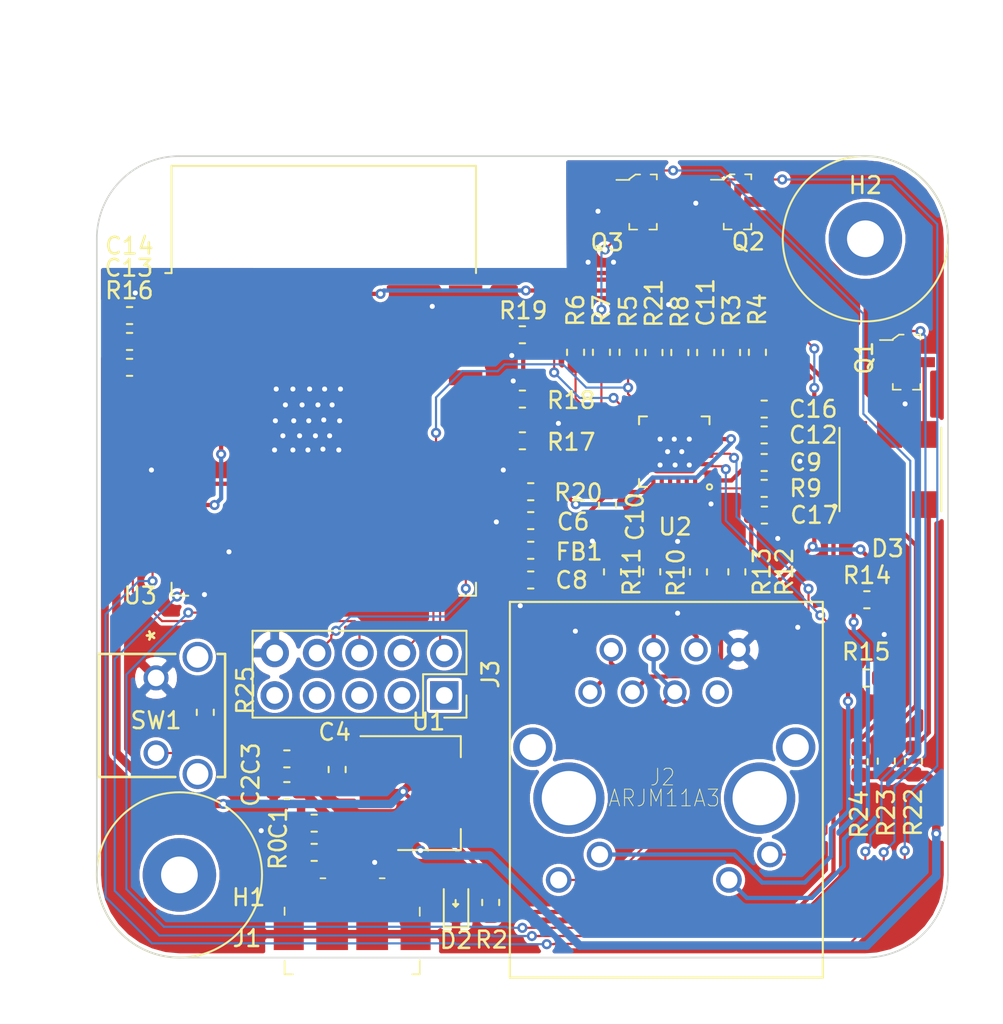
<source format=kicad_pcb>
(kicad_pcb (version 20171130) (host pcbnew "(5.1.5)-3")
  (layers (0 F.Cu signal) (31 B.Cu signal) (34 B.Paste user) (35 F.Paste user) (36 B.SilkS user) (37 F.SilkS user) (38 B.Mask user) (39 F.Mask user) (44 Edge.Cuts user))
  (net 0 "")
  (net 1 GND)
  (net 2 VBUS)
  (net 3 +3V3)
  (net 4 AVDD)
  (net 5 VDDCR)
  (net 6 "Net-(D2-Pad2)")
  (net 7 "Net-(J1-Pad1)")
  (net 8 "/Page 1/TD+")
  (net 9 "/Page 1/TD-")
  (net 10 "Net-(J2-Pad7)")
  (net 11 "/Page 1/RD+")
  (net 12 "/Page 1/RD-")
  (net 13 LED1_REGOFF)
  (net 14 LED2_nINTSEL)
  (net 15 "Net-(J2-PadGRNC)")
  (net 16 "Net-(J2-PadYLWA)")
  (net 17 BOOTMODE)
  (net 18 "Net-(J3-Pad7)")
  (net 19 EN)
  (net 20 "Net-(J3-Pad5)")
  (net 21 RX)
  (net 22 "Net-(J3-Pad3)")
  (net 23 TX)
  (net 24 RXD0)
  (net 25 RXD1)
  (net 26 MDIO)
  (net 27 TXD0)
  (net 28 TXEN)
  (net 29 TXD1)
  (net 30 MDC)
  (net 31 "Net-(U2-Pad4)")
  (net 32 "Net-(U3-Pad32)")
  (net 33 "Net-(U3-Pad29)")
  (net 34 "Net-(U3-Pad27)")
  (net 35 "Net-(U3-Pad22)")
  (net 36 "Net-(U3-Pad21)")
  (net 37 "Net-(U3-Pad20)")
  (net 38 "Net-(U3-Pad19)")
  (net 39 "Net-(U3-Pad18)")
  (net 40 "Net-(U3-Pad17)")
  (net 41 "Net-(U3-Pad5)")
  (net 42 "Net-(U3-Pad4)")
  (net 43 "/Page 1/nRST")
  (net 44 "/Page 1/nINT")
  (net 45 "/Page 1/PHYAD0")
  (net 46 "/Page 1/RBIAS")
  (net 47 "Net-(J3-Pad1)")
  (net 48 "Net-(J3-Pad9)")
  (net 49 CRS_DV_r)
  (net 50 "/Page 1/CRS_DV")
  (net 51 CLK50MHZ)
  (net 52 "/Page 1/RX0_R")
  (net 53 "/Page 1/RX1_R")
  (net 54 "/Page 2/TXD0_R")
  (net 55 "/Page 2/TXEN_R")
  (net 56 "/Page 2/TXD1_R")
  (net 57 "Net-(U3-Pad23)")
  (net 58 "Net-(U3-Pad9)")
  (net 59 "Net-(U3-Pad8)")
  (net 60 "Net-(U3-Pad7)")
  (net 61 "Net-(U3-Pad6)")
  (net 62 "Net-(R20-Pad1)")
  (net 63 "Net-(D3-Pad6)")
  (net 64 "Net-(D3-Pad5)")
  (net 65 "Net-(D3-Pad4)")
  (net 66 "Net-(D3-Pad3)")
  (net 67 "Net-(D3-Pad2)")
  (net 68 "Net-(D3-Pad1)")
  (net 69 Blue)
  (net 70 Green)
  (net 71 Block)
  (net 72 "Net-(SW1-Pad4)")
  (net 73 "Net-(SW1-Pad3)")
  (net 74 Red)
  (net 75 "Net-(U3-Pad24)")
  (module "My Footprints:ARJM11A3-009-AB-ER2-T" (layer F.Cu) (at 25.9 32.35)
    (fp_text reference J2 (at -0.1 -1.25) (layer F.SilkS) (effects (font (size 1 0.9) (thickness 0.05))))
    (fp_text value ARJM11A3 (at 0 0) (layer F.SilkS) (effects (font (size 1 0.9) (thickness 0.05))))
    (pad P$1 thru_hole circle (at -5.715 0) (size 4.266 4.266) (drill 3.25) (layers *.Cu *.Mask))
    (pad P$2 thru_hole circle (at 5.715 0) (size 4.266 4.266) (drill 3.25) (layers *.Cu *.Mask))
    (pad P$3 thru_hole circle (at -7.875 -3.05) (size 2.355 2.355) (drill 1.57) (layers *.Cu *.Mask))
    (pad P$4 thru_hole circle (at 7.875 -3.05) (size 2.355 2.355) (drill 1.57) (layers *.Cu *.Mask))
    (pad 1 thru_hole circle (at -4.445 -6.35) (size 1.398 1.398) (drill 0.89) (layers *.Cu *.Mask) (net 8 "/Page 1/TD+"))
    (pad 8 thru_hole circle (at 4.445 -8.89) (size 1.398 1.398) (drill 0.89) (layers *.Cu *.Mask) (net 1 GND))
    (pad 2 thru_hole circle (at -3.175 -8.89) (size 1.398 1.398) (drill 0.89) (layers *.Cu *.Mask) (net 9 "/Page 1/TD-"))
    (pad 7 thru_hole circle (at 3.175 -6.35) (size 1.398 1.398) (drill 0.89) (layers *.Cu *.Mask) (net 10 "Net-(J2-Pad7)"))
    (pad 3 thru_hole circle (at -1.905 -6.35) (size 1.398 1.398) (drill 0.89) (layers *.Cu *.Mask) (net 11 "/Page 1/RD+"))
    (pad 6 thru_hole circle (at 1.905 -8.89) (size 1.398 1.398) (drill 0.89) (layers *.Cu *.Mask) (net 12 "/Page 1/RD-"))
    (pad 4 thru_hole circle (at -0.635 -8.89) (size 1.398 1.398) (drill 0.89) (layers *.Cu *.Mask) (net 4 AVDD))
    (pad 5 thru_hole circle (at 0.635 -6.35) (size 1.398 1.398) (drill 0.89) (layers *.Cu *.Mask) (net 4 AVDD))
    (pad GRNA thru_hole circle (at -6.325 4.9) (size 1.53 1.53) (drill 1.02) (layers *.Cu *.Mask) (net 13 LED1_REGOFF))
    (pad YLWC thru_hole circle (at 6.325 3.38) (size 1.53 1.53) (drill 1.02) (layers *.Cu *.Mask) (net 14 LED2_nINTSEL))
    (pad GRNC thru_hole circle (at -3.875 3.38) (size 1.53 1.53) (drill 1.02) (layers *.Cu *.Mask) (net 15 "Net-(J2-PadGRNC)"))
    (pad YLWA thru_hole circle (at 3.875 4.9) (size 1.53 1.53) (drill 1.02) (layers *.Cu *.Mask) (net 16 "Net-(J2-PadYLWA)"))
  )
  (module "My Footprints:QFN-24-1EP_4x4mm_P0.5mm_EP2.6x2.6mm" (layer F.Cu) (at 26.5 11.6 180)
    (fp_text reference U2 (at -0.05 -4.5 180) (layer F.SilkS))
    (fp_text value LAN8720A)
    (pad 24 smd roundrect (at -1.25 -1.9375 180) (size 0.25 0.825) (layers F.Cu F.Paste F.Mask) (net 46 "/Page 1/RBIAS"))
    (pad 23 smd roundrect (at -0.75 -1.9375 180) (size 0.25 0.825) (layers F.Cu F.Paste F.Mask) (net 11 "/Page 1/RD+"))
    (pad 22 smd roundrect (at -0.25 -1.9375 180) (size 0.25 0.825) (layers F.Cu F.Paste F.Mask) (net 12 "/Page 1/RD-"))
    (pad 21 smd roundrect (at 0.25 -1.9375 180) (size 0.25 0.825) (layers F.Cu F.Paste F.Mask) (net 8 "/Page 1/TD+"))
    (pad 20 smd roundrect (at 0.75 -1.9375 180) (size 0.25 0.825) (layers F.Cu F.Paste F.Mask) (net 9 "/Page 1/TD-"))
    (pad 19 smd roundrect (at 1.25 -1.9375 180) (size 0.25 0.825) (layers F.Cu F.Paste F.Mask) (net 4 AVDD))
    (pad 18 smd roundrect (at 1.9375 -1.25 180) (size 0.825 0.25) (layers F.Cu F.Paste F.Mask) (net 29 TXD1))
    (pad 17 smd roundrect (at 1.9375 -0.75 180) (size 0.825 0.25) (layers F.Cu F.Paste F.Mask) (net 27 TXD0))
    (pad 16 smd roundrect (at 1.9375 -0.25 180) (size 0.825 0.25) (layers F.Cu F.Paste F.Mask) (net 28 TXEN))
    (pad 15 smd roundrect (at 1.9375 0.25 180) (size 0.825 0.25) (layers F.Cu F.Paste F.Mask) (net 43 "/Page 1/nRST"))
    (pad 14 smd roundrect (at 1.9375 0.75 180) (size 0.825 0.25) (layers F.Cu F.Paste F.Mask) (net 44 "/Page 1/nINT"))
    (pad 13 smd roundrect (at 1.9375 1.25 180) (size 0.825 0.25) (layers F.Cu F.Paste F.Mask) (net 30 MDC))
    (pad 12 smd roundrect (at 1.25 1.9375 180) (size 0.25 0.825) (layers F.Cu F.Paste F.Mask) (net 26 MDIO))
    (pad 11 smd roundrect (at 0.75 1.9375 180) (size 0.25 0.825) (layers F.Cu F.Paste F.Mask) (net 50 "/Page 1/CRS_DV"))
    (pad 10 smd roundrect (at 0.25 1.9375 180) (size 0.25 0.825) (layers F.Cu F.Paste F.Mask) (net 45 "/Page 1/PHYAD0"))
    (pad 9 smd roundrect (at -0.25 1.9375 180) (size 0.25 0.825) (layers F.Cu F.Paste F.Mask) (net 3 +3V3))
    (pad 8 smd roundrect (at -0.75 1.9375 180) (size 0.25 0.825) (layers F.Cu F.Paste F.Mask) (net 52 "/Page 1/RX0_R"))
    (pad 7 smd roundrect (at -1.25 1.9375 180) (size 0.25 0.825) (layers F.Cu F.Paste F.Mask) (net 53 "/Page 1/RX1_R"))
    (pad 6 smd roundrect (at -1.9375 1.25 180) (size 0.825 0.25) (layers F.Cu F.Paste F.Mask) (net 5 VDDCR))
    (pad 5 smd roundrect (at -1.9375 0.75 180) (size 0.825 0.25) (layers F.Cu F.Paste F.Mask) (net 62 "Net-(R20-Pad1)"))
    (pad 4 smd roundrect (at -1.9375 0.25 180) (size 0.825 0.25) (layers F.Cu F.Paste F.Mask) (net 31 "Net-(U2-Pad4)"))
    (pad 3 smd roundrect (at -1.9375 -0.25 180) (size 0.825 0.25) (layers F.Cu F.Paste F.Mask) (net 13 LED1_REGOFF))
    (pad 2 smd roundrect (at -1.9375 -0.75 180) (size 0.825 0.25) (layers F.Cu F.Paste F.Mask) (net 14 LED2_nINTSEL))
    (pad 1 smd roundrect (at -1.9375 -1.25 180) (size 0.825 0.25) (layers F.Cu F.Paste F.Mask) (net 4 AVDD))
    (pad 25 smd roundrect (at 0 0 180) (size 2.6 2.6) (layers F.Cu F.Mask) (roundrect_rratio 0.096154) (net 1 GND))
  )
  (module "My Footprints:USB_Micro_B_Female_10118192" (layer F.Cu) (at 7.2 40.5)
    (fp_text reference J1 (at -6.3 0.25) (layer F.SilkS))
    (fp_text value 10118192-0001LF)
    (pad 5 smd rect (at 1.3 -2.675) (size 0.4 1.35) (layers F.Cu F.Paste F.Mask) (net 1 GND))
    (pad 1 smd rect (at -1.3 -2.675) (size 0.4 1.35) (layers F.Cu F.Paste F.Mask) (net 7 "Net-(J1-Pad1)"))
    (pad SH smd rect (at 3.1 -2.55) (size 2.1 1.6) (layers F.Cu F.Paste F.Mask) (net 1 GND))
    (pad SH smd rect (at -3.1 -2.55) (size 2.1 1.6) (layers F.Cu F.Paste F.Mask) (net 1 GND))
    (pad SH smd rect (at 1.2 0) (size 1.9 1.9) (layers F.Cu F.Paste F.Mask) (net 1 GND))
    (pad SH smd rect (at -1.2 0) (size 1.9 1.9) (layers F.Cu F.Paste F.Mask) (net 1 GND))
    (pad SH smd rect (at 3.8 0) (size 1.8 1.9) (layers F.Cu F.Paste F.Mask) (net 1 GND))
    (pad SH smd rect (at -3.8 0) (size 1.8 1.9) (layers F.Cu F.Paste F.Mask) (net 1 GND))
  )
  (module "My Footprints:CLP6C-FKB" (layer F.Cu) (at 37.3 14.77 90)
    (fp_text reference D3 (at -2.63 1.98 180) (layer F.SilkS))
    (fp_text value CLP6C-FKB)
    (pad 6 smd rect (at 4.2 4.2 90) (size 1.6 1.5) (layers F.Cu F.Paste F.Mask) (net 63 "Net-(D3-Pad6)"))
    (pad 5 smd rect (at 4.2 2.1 90) (size 1.6 1.5) (layers F.Cu F.Paste F.Mask) (net 64 "Net-(D3-Pad5)"))
    (pad 4 smd rect (at 4.2 0 90) (size 1.6 1.5) (layers F.Cu F.Paste F.Mask) (net 65 "Net-(D3-Pad4)"))
    (pad 3 smd rect (at 0 4.2 90) (size 1.6 1.5) (layers F.Cu F.Paste F.Mask) (net 66 "Net-(D3-Pad3)"))
    (pad 2 smd rect (at 0 2.1 90) (size 1.6 1.5) (layers F.Cu F.Paste F.Mask) (net 67 "Net-(D3-Pad2)"))
    (pad 1 smd rect (at 0 0 90) (size 1.6 1.5) (layers F.Cu F.Paste F.Mask) (net 68 "Net-(D3-Pad1)"))
  )
  (module digikey-footprints:SOT-23-3 (layer F.Cu) (at 40.42 6.24)
    (fp_text reference Q1 (at -2.530001 -0.26 90) (layer F.SilkS))
    (fp_text value Q_NMOS_GSD)
    (pad 1 smd rect (at -1.05 -0.95) (size 1.3 0.6) (layers F.Cu F.Paste F.Mask) (net 69 Blue))
    (pad 2 smd rect (at -1.05 0.95) (size 1.3 0.6) (layers F.Cu F.Paste F.Mask) (net 1 GND))
    (pad 3 smd rect (at 1.05 0) (size 1.3 0.6) (layers F.Cu F.Paste F.Mask) (net 63 "Net-(D3-Pad6)"))
  )
  (module digikey-footprints:SOT-23-3 (layer F.Cu) (at 24.63 -3.35)
    (fp_text reference Q3 (at -2.15 2.425) (layer F.SilkS))
    (fp_text value Q_NMOS_GSD)
    (pad 1 smd rect (at -1.05 -0.95) (size 1.3 0.6) (layers F.Cu F.Paste F.Mask) (net 74 Red))
    (pad 2 smd rect (at -1.05 0.95) (size 1.3 0.6) (layers F.Cu F.Paste F.Mask) (net 1 GND))
    (pad 3 smd rect (at 1.05 0) (size 1.3 0.6) (layers F.Cu F.Paste F.Mask) (net 65 "Net-(D3-Pad4)"))
  )
  (module digikey-footprints:SOT-23-3 (layer F.Cu) (at 30.29 -3.36)
    (fp_text reference Q2 (at 0.644999 2.39) (layer F.SilkS))
    (fp_text value Q_NMOS_GSD)
    (pad 1 smd rect (at -1.05 -0.95) (size 1.3 0.6) (layers F.Cu F.Paste F.Mask) (net 70 Green))
    (pad 2 smd rect (at -1.05 0.95) (size 1.3 0.6) (layers F.Cu F.Paste F.Mask) (net 1 GND))
    (pad 3 smd rect (at 1.05 0) (size 1.3 0.6) (layers F.Cu F.Paste F.Mask) (net 64 "Net-(D3-Pad5)"))
  )
  (module 1-1825027-1:1-1825027-1 (layer F.Cu) (at -4.55 25.15 270)
    (fp_text reference SW1 (at 2.55 0 180) (layer F.SilkS))
    (fp_text value 1-1825027-1 hide)
    (fp_text user * (at -2.54 0 90) (layer F.SilkS))
    (fp_text user * (at -2.54 0 90) (layer F.SilkS))
    (pad 4 thru_hole circle (at 5.755001 -2.490299 270) (size 1.8034 1.8034) (drill 1.2954) (layers *.Cu *.Mask) (net 72 "Net-(SW1-Pad4)"))
    (pad 3 thru_hole circle (at -1.255 -2.490299 270) (size 1.8034 1.8034) (drill 1.2954) (layers *.Cu *.Mask) (net 73 "Net-(SW1-Pad3)"))
    (pad 2 thru_hole circle (at 4.500001 0 270) (size 1.4986 1.4986) (drill 0.9906) (layers *.Cu *.Mask) (net 71 Block))
    (pad 1 thru_hole circle (at 0 0 270) (size 1.4986 1.4986) (drill 0.9906) (layers *.Cu *.Mask) (net 1 GND))
  )
  (module MountingHole:MountingHole_2.2mm_M2_Pad (layer F.Cu) (at 37.95 -1.15)
    (fp_text reference H2 (at 0 -3.2) (layer F.SilkS))
    (fp_text value MountingHole)
    (pad 1 thru_hole circle (at 0 0) (size 4.4 4.4) (drill 2.2) (layers *.Cu *.Mask))
  )
  (module MountingHole:MountingHole_2.2mm_M2_Pad (layer F.Cu) (at -3.15 36.95)
    (fp_text reference H1 (at 4.15 1.35) (layer F.SilkS))
    (fp_text value MountingHole)
    (pad 1 thru_hole circle (at 0 0) (size 4.4 4.4) (drill 2.2) (layers *.Cu *.Mask))
  )
  (module Resistor_SMD:R_0603_1608Metric (layer F.Cu) (at -1.6 27.2125 270)
    (fp_text reference R25 (at -1.3125 -2.4 90) (layer F.SilkS))
    (fp_text value 10K)
    (pad 2 smd roundrect (at 0.7875 0 270) (size 0.875 0.95) (layers F.Cu F.Paste F.Mask) (net 71 Block))
    (pad 1 smd roundrect (at -0.7875 0 270) (size 0.875 0.95) (layers F.Cu F.Paste F.Mask) (net 2 VBUS))
  )
  (module Resistor_SMD:R_0603_1608Metric (layer F.Cu) (at 37.58 30.18 90)
    (fp_text reference R24 (at -3.135 0 90) (layer F.SilkS))
    (fp_text value 82)
    (pad 2 smd roundrect (at 0.7875 0 90) (size 0.875 0.95) (layers F.Cu F.Paste F.Mask) (net 68 "Net-(D3-Pad1)"))
    (pad 1 smd roundrect (at -0.7875 0 90) (size 0.875 0.95) (layers F.Cu F.Paste F.Mask) (net 2 VBUS))
  )
  (module Resistor_SMD:R_0603_1608Metric (layer F.Cu) (at 39.205 30.135 90)
    (fp_text reference R23 (at -3.095 -0.005 90) (layer F.SilkS))
    (fp_text value 47)
    (pad 2 smd roundrect (at 0.7875 0 90) (size 0.875 0.95) (layers F.Cu F.Paste F.Mask) (net 67 "Net-(D3-Pad2)"))
    (pad 1 smd roundrect (at -0.7875 0 90) (size 0.875 0.95) (layers F.Cu F.Paste F.Mask) (net 2 VBUS))
  )
  (module Resistor_SMD:R_0603_1608Metric (layer F.Cu) (at 40.83 30.135 90)
    (fp_text reference R22 (at -3.075 -0.01 90) (layer F.SilkS))
    (fp_text value 47)
    (pad 2 smd roundrect (at 0.7875 0 90) (size 0.875 0.95) (layers F.Cu F.Paste F.Mask) (net 66 "Net-(D3-Pad3)"))
    (pad 1 smd roundrect (at -0.7875 0 90) (size 0.875 0.95) (layers F.Cu F.Paste F.Mask) (net 2 VBUS))
  )
  (module Resistor_SMD:R_0603_1608Metric (layer F.Cu) (at 17.9 14 180)
    (fp_text reference R20 (at -2.85 -0.05) (layer F.SilkS))
    (fp_text value 100)
    (pad 2 smd roundrect (at 0.7875 0 180) (size 0.875 0.95) (layers F.Cu F.Paste F.Mask) (net 51 CLK50MHZ))
    (pad 1 smd roundrect (at -0.7875 0 180) (size 0.875 0.95) (layers F.Cu F.Paste F.Mask) (net 62 "Net-(R20-Pad1)"))
  )
  (module RF_Module:ESP32-WROOM-32 (layer F.Cu) (at 5.5 10.35)
    (fp_text reference U3 (at -11 9.875 180) (layer F.SilkS))
    (fp_text value ESP32-WROOM-32D)
    (pad 38 smd rect (at 8.5 -8.255) (size 2 0.9) (layers F.Cu F.Paste F.Mask) (net 1 GND))
    (pad 37 smd rect (at 8.5 -6.985) (size 2 0.9) (layers F.Cu F.Paste F.Mask) (net 30 MDC))
    (pad 36 smd rect (at 8.5 -5.715) (size 2 0.9) (layers F.Cu F.Paste F.Mask) (net 56 "/Page 2/TXD1_R"))
    (pad 35 smd rect (at 8.5 -4.445) (size 2 0.9) (layers F.Cu F.Paste F.Mask) (net 21 RX))
    (pad 34 smd rect (at 8.5 -3.175) (size 2 0.9) (layers F.Cu F.Paste F.Mask) (net 23 TX))
    (pad 33 smd rect (at 8.5 -1.905) (size 2 0.9) (layers F.Cu F.Paste F.Mask) (net 55 "/Page 2/TXEN_R"))
    (pad 32 smd rect (at 8.5 -0.635) (size 2 0.9) (layers F.Cu F.Paste F.Mask) (net 32 "Net-(U3-Pad32)"))
    (pad 31 smd rect (at 8.5 0.635) (size 2 0.9) (layers F.Cu F.Paste F.Mask) (net 54 "/Page 2/TXD0_R"))
    (pad 30 smd rect (at 8.5 1.905) (size 2 0.9) (layers F.Cu F.Paste F.Mask) (net 26 MDIO))
    (pad 29 smd rect (at 8.5 3.175) (size 2 0.9) (layers F.Cu F.Paste F.Mask) (net 33 "Net-(U3-Pad29)"))
    (pad 28 smd rect (at 8.5 4.445) (size 2 0.9) (layers F.Cu F.Paste F.Mask) (net 51 CLK50MHZ))
    (pad 27 smd rect (at 8.5 5.715) (size 2 0.9) (layers F.Cu F.Paste F.Mask) (net 34 "Net-(U3-Pad27)"))
    (pad 26 smd rect (at 8.5 6.985) (size 2 0.9) (layers F.Cu F.Paste F.Mask) (net 71 Block))
    (pad 25 smd rect (at 8.5 8.255) (size 2 0.9) (layers F.Cu F.Paste F.Mask) (net 17 BOOTMODE))
    (pad 24 smd rect (at 5.715 9.255 90) (size 2 0.9) (layers F.Cu F.Paste F.Mask) (net 75 "Net-(U3-Pad24)"))
    (pad 23 smd rect (at 4.445 9.255 90) (size 2 0.9) (layers F.Cu F.Paste F.Mask) (net 57 "Net-(U3-Pad23)"))
    (pad 22 smd rect (at 3.175 9.255 90) (size 2 0.9) (layers F.Cu F.Paste F.Mask) (net 35 "Net-(U3-Pad22)"))
    (pad 21 smd rect (at 1.905 9.255 90) (size 2 0.9) (layers F.Cu F.Paste F.Mask) (net 36 "Net-(U3-Pad21)"))
    (pad 20 smd rect (at 0.635 9.255 90) (size 2 0.9) (layers F.Cu F.Paste F.Mask) (net 37 "Net-(U3-Pad20)"))
    (pad 19 smd rect (at -0.635 9.255 90) (size 2 0.9) (layers F.Cu F.Paste F.Mask) (net 38 "Net-(U3-Pad19)"))
    (pad 18 smd rect (at -1.905 9.255 90) (size 2 0.9) (layers F.Cu F.Paste F.Mask) (net 39 "Net-(U3-Pad18)"))
    (pad 17 smd rect (at -3.175 9.255 90) (size 2 0.9) (layers F.Cu F.Paste F.Mask) (net 40 "Net-(U3-Pad17)"))
    (pad 16 smd rect (at -4.445 9.255 90) (size 2 0.9) (layers F.Cu F.Paste F.Mask) (net 74 Red))
    (pad 15 smd rect (at -5.715 9.255 90) (size 2 0.9) (layers F.Cu F.Paste F.Mask) (net 1 GND))
    (pad 14 smd rect (at -8.5 8.255) (size 2 0.9) (layers F.Cu F.Paste F.Mask) (net 69 Blue))
    (pad 13 smd rect (at -8.5 6.985) (size 2 0.9) (layers F.Cu F.Paste F.Mask) (net 70 Green))
    (pad 12 smd rect (at -8.5 5.715) (size 2 0.9) (layers F.Cu F.Paste F.Mask) (net 49 CRS_DV_r))
    (pad 11 smd rect (at -8.5 4.445) (size 2 0.9) (layers F.Cu F.Paste F.Mask) (net 25 RXD1))
    (pad 10 smd rect (at -8.5 3.175) (size 2 0.9) (layers F.Cu F.Paste F.Mask) (net 24 RXD0))
    (pad 9 smd rect (at -8.5 1.905) (size 2 0.9) (layers F.Cu F.Paste F.Mask) (net 58 "Net-(U3-Pad9)"))
    (pad 8 smd rect (at -8.5 0.635) (size 2 0.9) (layers F.Cu F.Paste F.Mask) (net 59 "Net-(U3-Pad8)"))
    (pad 7 smd rect (at -8.5 -0.635) (size 2 0.9) (layers F.Cu F.Paste F.Mask) (net 60 "Net-(U3-Pad7)"))
    (pad 6 smd rect (at -8.5 -1.905) (size 2 0.9) (layers F.Cu F.Paste F.Mask) (net 61 "Net-(U3-Pad6)"))
    (pad 5 smd rect (at -8.5 -3.175) (size 2 0.9) (layers F.Cu F.Paste F.Mask) (net 41 "Net-(U3-Pad5)"))
    (pad 4 smd rect (at -8.5 -4.445) (size 2 0.9) (layers F.Cu F.Paste F.Mask) (net 42 "Net-(U3-Pad4)"))
    (pad 3 smd rect (at -8.5 -5.715) (size 2 0.9) (layers F.Cu F.Paste F.Mask) (net 19 EN))
    (pad 2 smd rect (at -8.5 -6.985) (size 2 0.9) (layers F.Cu F.Paste F.Mask) (net 3 +3V3))
    (pad 1 smd rect (at -8.5 -8.255) (size 2 0.9) (layers F.Cu F.Paste F.Mask) (net 1 GND))
    (pad 39 smd rect (at -1 -0.755) (size 5 5) (layers F.Cu F.Paste F.Mask) (net 1 GND))
  )
  (module Resistor_SMD:R_0603_1608Metric (layer F.Cu) (at 25.282 5.6625 90)
    (fp_text reference R21 (at 2.95 0 90) (layer F.SilkS))
    (fp_text value 100)
    (pad 2 smd roundrect (at 0.7875 0 90) (size 0.875 0.95) (layers F.Cu F.Paste F.Mask) (net 49 CRS_DV_r))
    (pad 1 smd roundrect (at -0.7875 0 90) (size 0.875 0.95) (layers F.Cu F.Paste F.Mask) (net 50 "/Page 1/CRS_DV"))
  )
  (module Capacitor_SMD:C_0603_1608Metric (layer F.Cu) (at 31.9 15.4)
    (fp_text reference C17 (at 3 0) (layer F.SilkS))
    (fp_text value 1uF)
    (pad 2 smd roundrect (at 0.7875 0) (size 0.875 0.95) (layers F.Cu F.Paste F.Mask) (net 1 GND))
    (pad 1 smd roundrect (at -0.7875 0) (size 0.875 0.95) (layers F.Cu F.Paste F.Mask) (net 4 AVDD))
  )
  (module Capacitor_SMD:C_0603_1608Metric (layer F.Cu) (at 31.8875 9.05)
    (fp_text reference C16 (at 2.9375 0) (layer F.SilkS))
    (fp_text value 1uF)
    (pad 2 smd roundrect (at 0.7875 0) (size 0.875 0.95) (layers F.Cu F.Paste F.Mask) (net 1 GND))
    (pad 1 smd roundrect (at -0.7875 0) (size 0.875 0.95) (layers F.Cu F.Paste F.Mask) (net 5 VDDCR))
  )
  (module Resistor_SMD:R_0603_1608Metric (layer F.Cu) (at 17.4 4.6)
    (fp_text reference R19 (at 0.05 -1.45) (layer F.SilkS))
    (fp_text value 100)
    (pad 2 smd roundrect (at 0.7875 0) (size 0.875 0.95) (layers F.Cu F.Paste F.Mask) (net 29 TXD1))
    (pad 1 smd roundrect (at -0.7875 0) (size 0.875 0.95) (layers F.Cu F.Paste F.Mask) (net 56 "/Page 2/TXD1_R"))
  )
  (module Resistor_SMD:R_0603_1608Metric (layer F.Cu) (at 17.4 8.45)
    (fp_text reference R18 (at 2.925 0.075) (layer F.SilkS))
    (fp_text value 100)
    (pad 2 smd roundrect (at 0.7875 0) (size 0.875 0.95) (layers F.Cu F.Paste F.Mask) (net 28 TXEN))
    (pad 1 smd roundrect (at -0.7875 0) (size 0.875 0.95) (layers F.Cu F.Paste F.Mask) (net 55 "/Page 2/TXEN_R"))
  )
  (module Resistor_SMD:R_0603_1608Metric (layer F.Cu) (at 17.4 10.95)
    (fp_text reference R17 (at 2.925 0.075) (layer F.SilkS))
    (fp_text value 100)
    (pad 2 smd roundrect (at 0.7875 0) (size 0.875 0.95) (layers F.Cu F.Paste F.Mask) (net 27 TXD0))
    (pad 1 smd roundrect (at -0.7875 0) (size 0.875 0.95) (layers F.Cu F.Paste F.Mask) (net 54 "/Page 2/TXD0_R"))
  )
  (module Resistor_SMD:R_0603_1608Metric (layer F.Cu) (at -6.1375 6.55 180)
    (fp_text reference R16 (at 0.0125 4.6) (layer F.SilkS))
    (fp_text value 10K)
    (pad 1 smd roundrect (at -0.7875 0 180) (size 0.875 0.95) (layers F.Cu F.Paste F.Mask) (net 19 EN))
    (pad 2 smd roundrect (at 0.7875 0 180) (size 0.875 0.95) (layers F.Cu F.Paste F.Mask) (net 3 +3V3))
  )
  (module Resistor_SMD:R_0603_1608Metric (layer F.Cu) (at 38 25.16)
    (fp_text reference R15 (at 0 -1.57) (layer F.SilkS))
    (fp_text value 270)
    (pad 2 smd roundrect (at 0.7875 0) (size 0.875 0.95) (layers F.Cu F.Paste F.Mask) (net 1 GND))
    (pad 1 smd roundrect (at -0.7875 0) (size 0.875 0.95) (layers F.Cu F.Paste F.Mask) (net 15 "Net-(J2-PadGRNC)"))
  )
  (module Resistor_SMD:R_0603_1608Metric (layer F.Cu) (at 38.04 20.47 180)
    (fp_text reference R14 (at -0.005 1.46) (layer F.SilkS))
    (fp_text value 270)
    (pad 2 smd roundrect (at 0.7875 0 180) (size 0.875 0.95) (layers F.Cu F.Paste F.Mask) (net 16 "Net-(J2-PadYLWA)"))
    (pad 1 smd roundrect (at -0.7875 0 180) (size 0.875 0.95) (layers F.Cu F.Paste F.Mask) (net 4 AVDD))
  )
  (module Resistor_SMD:R_0603_1608Metric (layer F.Cu) (at 27.95 18.8 90)
    (fp_text reference R13 (at 0 3.8 90) (layer F.SilkS))
    (fp_text value 49.9)
    (pad 2 smd roundrect (at 0.7875 0 90) (size 0.875 0.95) (layers F.Cu F.Paste F.Mask) (net 12 "/Page 1/RD-"))
    (pad 1 smd roundrect (at -0.7875 0 90) (size 0.875 0.95) (layers F.Cu F.Paste F.Mask) (net 4 AVDD))
  )
  (module Resistor_SMD:R_0603_1608Metric (layer F.Cu) (at 30.25 18.8 90)
    (fp_text reference R12 (at 0 2.85 90) (layer F.SilkS))
    (fp_text value 49.9)
    (pad 2 smd roundrect (at 0.7875 0 90) (size 0.875 0.95) (layers F.Cu F.Paste F.Mask) (net 11 "/Page 1/RD+"))
    (pad 1 smd roundrect (at -0.7875 0 90) (size 0.875 0.95) (layers F.Cu F.Paste F.Mask) (net 4 AVDD))
  )
  (module Resistor_SMD:R_0603_1608Metric (layer F.Cu) (at 22.8 18.8 90)
    (fp_text reference R11 (at 0 1.15 90) (layer F.SilkS))
    (fp_text value 49.9)
    (pad 2 smd roundrect (at 0.7875 0 90) (size 0.875 0.95) (layers F.Cu F.Paste F.Mask) (net 9 "/Page 1/TD-"))
    (pad 1 smd roundrect (at -0.7875 0 90) (size 0.875 0.95) (layers F.Cu F.Paste F.Mask) (net 4 AVDD))
  )
  (module Resistor_SMD:R_0603_1608Metric (layer F.Cu) (at 25.15 18.8 90)
    (fp_text reference R10 (at -0.05 1.45 90) (layer F.SilkS))
    (fp_text value 49.9)
    (pad 2 smd roundrect (at 0.7875 0 90) (size 0.875 0.95) (layers F.Cu F.Paste F.Mask) (net 8 "/Page 1/TD+"))
    (pad 1 smd roundrect (at -0.7875 0 90) (size 0.875 0.95) (layers F.Cu F.Paste F.Mask) (net 4 AVDD))
  )
  (module Resistor_SMD:R_0603_1608Metric (layer F.Cu) (at 31.8875 13.8)
    (fp_text reference R9 (at 2.4875 0) (layer F.SilkS))
    (fp_text value 12.1K)
    (pad 2 smd roundrect (at 0.7875 0) (size 0.875 0.95) (layers F.Cu F.Paste F.Mask) (net 1 GND))
    (pad 1 smd roundrect (at -0.7875 0) (size 0.875 0.95) (layers F.Cu F.Paste F.Mask) (net 46 "/Page 1/RBIAS"))
  )
  (module Resistor_SMD:R_0603_1608Metric (layer F.Cu) (at 26.832 5.6625 90)
    (fp_text reference R8 (at 2.45 0 90) (layer F.SilkS))
    (fp_text value 10K)
    (pad 2 smd roundrect (at 0.7875 0 90) (size 0.875 0.95) (layers F.Cu F.Paste F.Mask) (net 1 GND))
    (pad 1 smd roundrect (at -0.7875 0 90) (size 0.875 0.95) (layers F.Cu F.Paste F.Mask) (net 45 "/Page 1/PHYAD0"))
  )
  (module Resistor_SMD:R_0603_1608Metric (layer F.Cu) (at 22.136 5.65 270)
    (fp_text reference R7 (at -2.4875 0 90) (layer F.SilkS))
    (fp_text value 10K)
    (pad 2 smd roundrect (at 0.7875 0 270) (size 0.875 0.95) (layers F.Cu F.Paste F.Mask) (net 44 "/Page 1/nINT"))
    (pad 1 smd roundrect (at -0.7875 0 270) (size 0.875 0.95) (layers F.Cu F.Paste F.Mask) (net 4 AVDD))
  )
  (module Resistor_SMD:R_0603_1608Metric (layer F.Cu) (at 20.586 5.65 270)
    (fp_text reference R6 (at -2.5125 0 90) (layer F.SilkS))
    (fp_text value 10K)
    (pad 2 smd roundrect (at 0.7875 0 270) (size 0.875 0.95) (layers F.Cu F.Paste F.Mask) (net 43 "/Page 1/nRST"))
    (pad 1 smd roundrect (at -0.7875 0 270) (size 0.875 0.95) (layers F.Cu F.Paste F.Mask) (net 4 AVDD))
  )
  (module Resistor_SMD:R_0603_1608Metric (layer F.Cu) (at 23.732 5.65 270)
    (fp_text reference R5 (at -2.45 0 90) (layer F.SilkS))
    (fp_text value 10K)
    (pad 2 smd roundrect (at 0.7875 0 270) (size 0.875 0.95) (layers F.Cu F.Paste F.Mask) (net 26 MDIO))
    (pad 1 smd roundrect (at -0.7875 0 270) (size 0.875 0.95) (layers F.Cu F.Paste F.Mask) (net 4 AVDD))
  )
  (module Resistor_SMD:R_0603_1608Metric (layer F.Cu) (at 31.482 5.65 90)
    (fp_text reference R4 (at 2.5625 0 90) (layer F.SilkS))
    (fp_text value 100)
    (pad 2 smd roundrect (at 0.7875 0 90) (size 0.875 0.95) (layers F.Cu F.Paste F.Mask) (net 25 RXD1))
    (pad 1 smd roundrect (at -0.7875 0 90) (size 0.875 0.95) (layers F.Cu F.Paste F.Mask) (net 53 "/Page 1/RX1_R"))
  )
  (module Resistor_SMD:R_0603_1608Metric (layer F.Cu) (at 29.932 5.6625 90)
    (fp_text reference R3 (at 2.5125 0 90) (layer F.SilkS))
    (fp_text value 100)
    (pad 2 smd roundrect (at 0.7875 0 90) (size 0.875 0.95) (layers F.Cu F.Paste F.Mask) (net 24 RXD0))
    (pad 1 smd roundrect (at -0.7875 0 90) (size 0.875 0.95) (layers F.Cu F.Paste F.Mask) (net 52 "/Page 1/RX0_R"))
  )
  (module Capacitor_SMD:C_0603_1608Metric (layer F.Cu) (at -6.1375 3.45)
    (fp_text reference C14 (at -0.0125 -4.175) (layer F.SilkS))
    (fp_text value 1uF)
    (pad 2 smd roundrect (at 0.7875 0) (size 0.875 0.95) (layers F.Cu F.Paste F.Mask) (net 3 +3V3))
    (pad 1 smd roundrect (at -0.7875 0) (size 0.875 0.95) (layers F.Cu F.Paste F.Mask) (net 1 GND))
  )
  (module Capacitor_SMD:C_0603_1608Metric (layer F.Cu) (at -6.1375 5)
    (fp_text reference C13 (at -0.0375 -4.4) (layer F.SilkS))
    (fp_text value 10uF)
    (pad 2 smd roundrect (at 0.7875 0) (size 0.875 0.95) (layers F.Cu F.Paste F.Mask) (net 3 +3V3))
    (pad 1 smd roundrect (at -0.7875 0) (size 0.875 0.95) (layers F.Cu F.Paste F.Mask) (net 1 GND))
  )
  (module Capacitor_SMD:C_0603_1608Metric (layer F.Cu) (at 31.8875 10.6)
    (fp_text reference C12 (at 2.9375 0) (layer F.SilkS))
    (fp_text value 0.1uF)
    (pad 2 smd roundrect (at 0.7875 0) (size 0.875 0.95) (layers F.Cu F.Paste F.Mask) (net 1 GND))
    (pad 1 smd roundrect (at -0.7875 0) (size 0.875 0.95) (layers F.Cu F.Paste F.Mask) (net 5 VDDCR))
  )
  (module Capacitor_SMD:C_0603_1608Metric (layer F.Cu) (at 28.382 5.6625 90)
    (fp_text reference C11 (at 3 0 90) (layer F.SilkS))
    (fp_text value 0.1uF)
    (pad 2 smd roundrect (at 0.7875 0 90) (size 0.875 0.95) (layers F.Cu F.Paste F.Mask) (net 1 GND))
    (pad 1 smd roundrect (at -0.7875 0 90) (size 0.875 0.95) (layers F.Cu F.Paste F.Mask) (net 3 +3V3))
  )
  (module Capacitor_SMD:C_0603_1608Metric (layer F.Cu) (at 22.5 14.8 270)
    (fp_text reference C10 (at 0.7 -1.65 90) (layer F.SilkS))
    (fp_text value 0.1uF)
    (pad 2 smd roundrect (at 0.7875 0 270) (size 0.875 0.95) (layers F.Cu F.Paste F.Mask) (net 1 GND))
    (pad 1 smd roundrect (at -0.7875 0 270) (size 0.875 0.95) (layers F.Cu F.Paste F.Mask) (net 4 AVDD))
  )
  (module Capacitor_SMD:C_0603_1608Metric (layer F.Cu) (at 31.8875 12.25)
    (fp_text reference C9 (at 2.4875 0) (layer F.SilkS))
    (fp_text value 0.1uF)
    (pad 2 smd roundrect (at 0.7875 0) (size 0.875 0.95) (layers F.Cu F.Paste F.Mask) (net 1 GND))
    (pad 1 smd roundrect (at -0.7875 0) (size 0.875 0.95) (layers F.Cu F.Paste F.Mask) (net 4 AVDD))
  )
  (module Capacitor_SMD:C_0603_1608Metric (layer F.Cu) (at 17.9 19.286 180)
    (fp_text reference C8 (at -2.45 -0.014) (layer F.SilkS))
    (fp_text value 0.1uF)
    (pad 2 smd roundrect (at 0.7875 0 180) (size 0.875 0.95) (layers F.Cu F.Paste F.Mask) (net 1 GND))
    (pad 1 smd roundrect (at -0.7875 0 180) (size 0.875 0.95) (layers F.Cu F.Paste F.Mask) (net 4 AVDD))
  )
  (module Package_TO_SOT_SMD:SOT-223 (layer F.Cu) (at 11.8 32.05)
    (fp_text reference U1 (at -0.025 -4.275) (layer F.SilkS))
    (fp_text value AZ1117-3.3)
    (pad 4 smd rect (at 3.15 0) (size 2 3.8) (layers F.Cu F.Paste F.Mask))
    (pad 2 smd rect (at -3.15 0) (size 2 1.5) (layers F.Cu F.Paste F.Mask) (net 3 +3V3))
    (pad 3 smd rect (at -3.15 2.3) (size 2 1.5) (layers F.Cu F.Paste F.Mask) (net 2 VBUS))
    (pad 1 smd rect (at -3.15 -2.3) (size 2 1.5) (layers F.Cu F.Paste F.Mask) (net 1 GND))
  )
  (module Resistor_SMD:R_0603_1608Metric (layer F.Cu) (at 15.5 38.6 270)
    (fp_text reference R2 (at 2.2375 -0.05 180) (layer F.SilkS))
    (fp_text value 470)
    (pad 2 smd roundrect (at 0.7875 0 270) (size 0.875 0.95) (layers F.Cu F.Paste F.Mask) (net 6 "Net-(D2-Pad2)"))
    (pad 1 smd roundrect (at -0.7875 0 270) (size 0.875 0.95) (layers F.Cu F.Paste F.Mask) (net 3 +3V3))
  )
  (module Resistor_SMD:R_0603_1608Metric (layer F.Cu) (at 4.925 35.6 180)
    (fp_text reference R0 (at 2.175 -0.075 270) (layer F.SilkS))
    (fp_text value 0)
    (pad 1 smd roundrect (at -0.7875 0 180) (size 0.875 0.95) (layers F.Cu F.Paste F.Mask) (net 7 "Net-(J1-Pad1)"))
    (pad 2 smd roundrect (at 0.7875 0 180) (size 0.875 0.95) (layers F.Cu F.Paste F.Mask) (net 2 VBUS))
  )
  (module Connector_PinSocket_2.54mm:PinSocket_2x05_P2.54mm_Vertical (layer F.Cu) (at 12.72 26.2 270)
    (fp_text reference J3 (at -1.27 -2.77 90) (layer F.SilkS))
    (fp_text value Conn_02x05_Odd_Even)
    (pad 10 thru_hole oval (at -2.54 10.16 270) (size 1.7 1.7) (drill 1) (layers *.Cu *.Mask) (net 1 GND))
    (pad 9 thru_hole oval (at 0 10.16 270) (size 1.7 1.7) (drill 1) (layers *.Cu *.Mask) (net 48 "Net-(J3-Pad9)"))
    (pad 8 thru_hole oval (at -2.54 7.62 270) (size 1.7 1.7) (drill 1) (layers *.Cu *.Mask) (net 17 BOOTMODE))
    (pad 7 thru_hole oval (at 0 7.62 270) (size 1.7 1.7) (drill 1) (layers *.Cu *.Mask) (net 18 "Net-(J3-Pad7)"))
    (pad 6 thru_hole oval (at -2.54 5.08 270) (size 1.7 1.7) (drill 1) (layers *.Cu *.Mask) (net 19 EN))
    (pad 5 thru_hole oval (at 0 5.08 270) (size 1.7 1.7) (drill 1) (layers *.Cu *.Mask) (net 20 "Net-(J3-Pad5)"))
    (pad 4 thru_hole oval (at -2.54 2.54 270) (size 1.7 1.7) (drill 1) (layers *.Cu *.Mask) (net 21 RX))
    (pad 3 thru_hole oval (at 0 2.54 270) (size 1.7 1.7) (drill 1) (layers *.Cu *.Mask) (net 22 "Net-(J3-Pad3)"))
    (pad 2 thru_hole oval (at -2.54 0 270) (size 1.7 1.7) (drill 1) (layers *.Cu *.Mask) (net 23 TX))
    (pad 1 thru_hole rect (at 0 0 270) (size 1.7 1.7) (drill 1) (layers *.Cu *.Mask) (net 47 "Net-(J3-Pad1)"))
  )
  (module Inductor_SMD:L_0603_1608Metric (layer F.Cu) (at 17.9 17.508 180)
    (fp_text reference FB1 (at -2.9 -0.092 180) (layer F.SilkS))
    (fp_text value Ferrite_Bead)
    (pad 2 smd roundrect (at 0.7875 0 180) (size 0.875 0.95) (layers F.Cu F.Paste F.Mask) (net 3 +3V3))
    (pad 1 smd roundrect (at -0.7875 0 180) (size 0.875 0.95) (layers F.Cu F.Paste F.Mask) (net 4 AVDD))
  )
  (module Diode_SMD:D_0603_1608Metric (layer F.Cu) (at 13.425 38.6 90)
    (fp_text reference D2 (at -2.2625 0 180) (layer F.SilkS))
    (fp_text value GRN)
    (pad 2 smd roundrect (at 0.7875 0 90) (size 0.875 0.95) (layers F.Cu F.Paste F.Mask) (net 6 "Net-(D2-Pad2)"))
    (pad 1 smd roundrect (at -0.7875 0 90) (size 0.875 0.95) (layers F.Cu F.Paste F.Mask) (net 1 GND))
  )
  (module Capacitor_SMD:C_0603_1608Metric (layer F.Cu) (at 17.9 15.73 180)
    (fp_text reference C6 (at -2.54 -0.07) (layer F.SilkS))
    (fp_text value 10uF)
    (pad 2 smd roundrect (at 0.7875 0 180) (size 0.875 0.95) (layers F.Cu F.Paste F.Mask) (net 1 GND))
    (pad 1 smd roundrect (at -0.7875 0 180) (size 0.875 0.95) (layers F.Cu F.Paste F.Mask) (net 4 AVDD))
  )
  (module Capacitor_SMD:C_0603_1608Metric (layer F.Cu) (at 6.3 30.6375 90)
    (fp_text reference C4 (at 2.2375 -0.15 180) (layer F.SilkS))
    (fp_text value 10uF)
    (pad 2 smd roundrect (at 0.7875 0 90) (size 0.875 0.95) (layers F.Cu F.Paste F.Mask) (net 1 GND))
    (pad 1 smd roundrect (at -0.7875 0 90) (size 0.875 0.95) (layers F.Cu F.Paste F.Mask) (net 3 +3V3))
  )
  (module Capacitor_SMD:C_0603_1608Metric (layer F.Cu) (at 3.2875 30 180)
    (fp_text reference C3 (at 2.15 0 270) (layer F.SilkS))
    (fp_text value 1uF)
    (pad 1 smd roundrect (at -0.7875 0 180) (size 0.875 0.95) (layers F.Cu F.Paste F.Mask) (net 2 VBUS))
    (pad 2 smd roundrect (at 0.7875 0 180) (size 0.875 0.95) (layers F.Cu F.Paste F.Mask) (net 1 GND))
  )
  (module Capacitor_SMD:C_0603_1608Metric (layer F.Cu) (at 3.2875 31.9 180)
    (fp_text reference C2 (at 2.1625 0 270) (layer F.SilkS))
    (fp_text value 0.1uF)
    (pad 1 smd roundrect (at -0.7875 0 180) (size 0.875 0.95) (layers F.Cu F.Paste F.Mask) (net 2 VBUS))
    (pad 2 smd roundrect (at 0.7875 0 180) (size 0.875 0.95) (layers F.Cu F.Paste F.Mask) (net 1 GND))
  )
  (module Capacitor_SMD:C_0603_1608Metric (layer F.Cu) (at 4.925 33.85 180)
    (fp_text reference C1 (at 2.15 0 270) (layer F.SilkS))
    (fp_text value 10uF)
    (pad 1 smd roundrect (at -0.7875 0 180) (size 0.875 0.95) (layers F.Cu F.Paste F.Mask) (net 2 VBUS))
    (pad 2 smd roundrect (at 0.7875 0 180) (size 0.875 0.95) (layers F.Cu F.Paste F.Mask) (net 1 GND))
  )
  (gr_arc (start 37.95 36.95) (end 37.95 41.9) (angle -90) (layer Edge.Cuts) (width 0.1))
  (gr_arc (start -3.15 36.95) (end -8.1 36.95) (angle -90) (layer Edge.Cuts) (width 0.1))
  (gr_arc (start 37.95 -1.15) (end 42.9 -1.15) (angle -90) (layer Edge.Cuts) (width 0.1))
  (gr_arc (start -3.15 -1.15) (end -3.15 -6.1) (angle -90) (layer Edge.Cuts) (width 0.1))
  (gr_circle (center -3.15 36.95) (end 1.8 36.95) (layer F.SilkS) (width 0.12))
  (gr_circle (center 37.95 -1.15) (end 42.9 -1.15) (layer F.SilkS) (width 0.12))
  (gr_line (start 13.55 38.7) (end 13.4 38.85) (layer F.SilkS) (width 0.12))
  (gr_line (start 13.25 38.7) (end 13.55 38.7) (layer F.SilkS) (width 0.12))
  (gr_line (start 13.4 38.85) (end 13.25 38.7) (layer F.SilkS) (width 0.12))
  (gr_line (start 13.4 38.45) (end 13.4 38.85) (layer F.SilkS) (width 0.12))
  (gr_line (start 42.9 -1.15) (end 42.9 36.95) (layer Edge.Cuts) (width 0.1))
  (gr_line (start -3.15 -6.1) (end 37.95 -6.1) (layer Edge.Cuts) (width 0.1))
  (gr_line (start -8.1 36.95) (end -8.1 -1.15) (layer Edge.Cuts) (width 0.1))
  (gr_line (start 37.95 41.9) (end -3.15 41.9) (layer Edge.Cuts) (width 0.1))
  (via (at 3.65 11.5) (size 0.6) (drill 0.3) (layers F.Cu B.Cu) (net 1))
  (via (at 6.4 11.5) (size 0.6) (drill 0.3) (layers F.Cu B.Cu) (net 1))
  (via (at 4.55 11.5) (size 0.6) (drill 0.3) (layers F.Cu B.Cu) (net 1))
  (via (at 5.45 11.45) (size 0.6) (drill 0.3) (layers F.Cu B.Cu) (net 1))
  (via (at 2.55 11.5) (size 0.6) (drill 0.3) (layers F.Cu B.Cu) (net 1))
  (via (at 3.05 10.65) (size 0.6) (drill 0.3) (layers F.Cu B.Cu) (net 1))
  (via (at 4.05 10.65) (size 0.6) (drill 0.3) (layers F.Cu B.Cu) (net 1))
  (via (at 5.85 10.65) (size 0.6) (drill 0.3) (layers F.Cu B.Cu) (net 1))
  (via (at 5 10.65) (size 0.6) (drill 0.3) (layers F.Cu B.Cu) (net 1))
  (via (at 6.45 9.75) (size 0.6) (drill 0.3) (layers F.Cu B.Cu) (net 1))
  (via (at 5.5 9.7) (size 0.6) (drill 0.3) (layers F.Cu B.Cu) (net 1))
  (via (at 4.6 9.75) (size 0.6) (drill 0.3) (layers F.Cu B.Cu) (net 1))
  (via (at 3.7 9.75) (size 0.6) (drill 0.3) (layers F.Cu B.Cu) (net 1))
  (via (at 2.6 9.75) (size 0.6) (drill 0.3) (layers F.Cu B.Cu) (net 1))
  (via (at 3.2 8.8) (size 0.6) (drill 0.3) (layers F.Cu B.Cu) (net 1))
  (via (at 4.2 8.8) (size 0.6) (drill 0.3) (layers F.Cu B.Cu) (net 1))
  (via (at 5.15 8.8) (size 0.6) (drill 0.3) (layers F.Cu B.Cu) (net 1))
  (via (at 6 8.8) (size 0.6) (drill 0.3) (layers F.Cu B.Cu) (net 1))
  (via (at 6.5 7.85) (size 0.6) (drill 0.3) (layers F.Cu B.Cu) (net 1))
  (via (at 5.55 7.85) (size 0.6) (drill 0.3) (layers F.Cu B.Cu) (net 1))
  (via (at 4.65 7.85) (size 0.6) (drill 0.3) (layers F.Cu B.Cu) (net 1))
  (via (at 3.65 7.85) (size 0.6) (drill 0.3) (layers F.Cu B.Cu) (net 1))
  (via (at 2.65 7.85) (size 0.6) (drill 0.3) (layers F.Cu B.Cu) (net 1))
  (via (at 27.4 12.4) (size 0.6) (drill 0.3) (layers F.Cu B.Cu) (net 1))
  (via (at 26.55 12.4) (size 0.6) (drill 0.3) (layers F.Cu B.Cu) (net 1))
  (via (at 25.65 12.4) (size 0.6) (drill 0.3) (layers F.Cu B.Cu) (net 1))
  (via (at 26.1 11.6) (size 0.6) (drill 0.3) (layers F.Cu B.Cu) (net 1))
  (via (at 26.95 11.6) (size 0.6) (drill 0.3) (layers F.Cu B.Cu) (net 1))
  (via (at 27.4 10.85) (size 0.6) (drill 0.3) (layers F.Cu B.Cu) (net 1))
  (via (at 26.5 10.85) (size 0.6) (drill 0.3) (layers F.Cu B.Cu) (net 1))
  (via (at 25.65 10.85) (size 0.6) (drill 0.3) (layers F.Cu B.Cu) (net 1))
  (via (at 12 2.9) (size 0.6) (drill 0.3) (layers F.Cu B.Cu) (net 1))
  (segment (start 12.805 2.095) (end 12 2.9) (width 0.508) (layer F.Cu) (net 1))
  (segment (start 14 2.095) (end 12.805 2.095) (width 0.508) (layer F.Cu) (net 1))
  (segment (start -3 2.095) (end -5.795 2.095) (width 0.508) (layer F.Cu) (net 1))
  (segment (start -6.925 2.725) (end -6.925 3.45) (width 0.508) (layer F.Cu) (net 1))
  (segment (start -6.295 2.095) (end -6.925 2.725) (width 0.508) (layer F.Cu) (net 1))
  (segment (start -5.795 2.095) (end -6.295 2.095) (width 0.508) (layer F.Cu) (net 1))
  (via (at -5.795 2.095) (size 0.6) (drill 0.3) (layers F.Cu B.Cu) (net 1))
  (segment (start -6.925 3.45) (end -6.925 5) (width 0.508) (layer F.Cu) (net 1))
  (segment (start 28.382 4.875) (end 28.382 4.55) (width 0.254) (layer F.Cu) (net 1))
  (via (at 1.75 34.3) (size 0.6) (drill 0.3) (layers F.Cu B.Cu) (net 1))
  (via (at 8.55 36.2) (size 0.6) (drill 0.3) (layers F.Cu B.Cu) (net 1))
  (segment (start 8.5 36.25) (end 8.55 36.2) (width 0.508) (layer F.Cu) (net 1))
  (segment (start 8.5 37.825) (end 8.5 36.25) (width 0.508) (layer F.Cu) (net 1))
  (segment (start 10.175 37.825) (end 10.3 37.95) (width 0.508) (layer F.Cu) (net 1))
  (segment (start 8.5 37.825) (end 10.175 37.825) (width 0.508) (layer F.Cu) (net 1))
  (segment (start 10.3 39.8) (end 11 40.5) (width 0.508) (layer F.Cu) (net 1))
  (segment (start 10.3 37.95) (end 10.3 39.8) (width 0.508) (layer F.Cu) (net 1))
  (segment (start 11 40.5) (end 8.4 40.5) (width 0.508) (layer F.Cu) (net 1))
  (segment (start 8.4 40.5) (end 6 40.5) (width 0.508) (layer F.Cu) (net 1))
  (segment (start 6 40.5) (end 3.4 40.5) (width 0.508) (layer F.Cu) (net 1))
  (segment (start 3.4 38.65) (end 4.1 37.95) (width 0.508) (layer F.Cu) (net 1))
  (segment (start 3.4 40.5) (end 3.4 38.65) (width 0.508) (layer F.Cu) (net 1))
  (via (at 32.7 16.8) (size 0.6) (drill 0.3) (layers F.Cu B.Cu) (net 1))
  (via (at 26.7 21.275) (size 0.6) (drill 0.3) (layers F.Cu B.Cu) (net 1))
  (via (at 26.7 16.975) (size 0.6) (drill 0.3) (layers F.Cu B.Cu) (net 1))
  (via (at 34.025 12.175) (size 0.6) (drill 0.3) (layers F.Cu B.Cu) (net 1))
  (via (at 16.764 5.842) (size 0.6) (drill 0.3) (layers F.Cu B.Cu) (net 1))
  (via (at 16.85 7.366) (size 0.6) (drill 0.3) (layers F.Cu B.Cu) (net 1))
  (via (at 21.59 16.96) (size 0.6) (drill 0.3) (layers F.Cu B.Cu) (net 1))
  (via (at -0.18 17.6) (size 0.6) (drill 0.3) (layers F.Cu B.Cu) (net 1))
  (via (at -1.65 20.16) (size 0.6) (drill 0.3) (layers F.Cu B.Cu) (net 1))
  (via (at 40.33 8.74) (size 0.6) (drill 0.3) (layers F.Cu B.Cu) (net 1))
  (via (at 27.79 -3.28) (size 0.6) (drill 0.3) (layers F.Cu B.Cu) (net 1))
  (via (at 21.93 -2.8) (size 0.6) (drill 0.3) (layers F.Cu B.Cu) (net 1))
  (via (at 15.84 15.81) (size 0.6) (drill 0.3) (layers F.Cu B.Cu) (net 1))
  (via (at 39.08 22.55) (size 0.6) (drill 0.3) (layers F.Cu B.Cu) (net 1))
  (via (at 33.9 22.12) (size 0.6) (drill 0.3) (layers F.Cu B.Cu) (net 1))
  (via (at 20.574 22.352) (size 0.6) (drill 0.3) (layers F.Cu B.Cu) (net 1))
  (via (at 28.702 14.732) (size 0.6) (drill 0.3) (layers F.Cu B.Cu) (net 1))
  (via (at 16.256 12.7) (size 0.6) (drill 0.3) (layers F.Cu B.Cu) (net 1))
  (via (at 19.558 9.906) (size 0.6) (drill 0.3) (layers F.Cu B.Cu) (net 1))
  (via (at -4.826 12.7) (size 0.6) (drill 0.3) (layers F.Cu B.Cu) (net 1))
  (via (at 17.272 20.828) (size 0.6) (drill 0.3) (layers F.Cu B.Cu) (net 1))
  (segment (start 26.832 4.4375) (end 26.162 3.7675) (width 0.254) (layer F.Cu) (net 1))
  (segment (start 26.832 4.875) (end 26.832 4.4375) (width 0.254) (layer F.Cu) (net 1))
  (segment (start 26.162 3.7675) (end 26.162 2.794) (width 0.254) (layer F.Cu) (net 1))
  (segment (start 26.7385 2.794) (end 26.162 2.794) (width 0.254) (layer F.Cu) (net 1))
  (segment (start 28.382 4.4375) (end 26.7385 2.794) (width 0.254) (layer F.Cu) (net 1))
  (segment (start 28.382 4.875) (end 28.382 4.4375) (width 0.254) (layer F.Cu) (net 1))
  (segment (start 26.162 2.794) (end 26.162 2.794) (width 0.254) (layer F.Cu) (net 1))
  (via (at 26.162 2.794) (size 0.6) (drill 0.3) (layers F.Cu B.Cu) (net 1))
  (via (at 21.336 0.254) (size 0.6) (drill 0.3) (layers F.Cu B.Cu) (net 1))
  (via (at 22.86 0.254) (size 0.6) (drill 0.3) (layers F.Cu B.Cu) (net 1))
  (segment (start 4.2375 31.9) (end 4.075 31.9) (width 0.508) (layer F.Cu) (net 2))
  (segment (start 5.7125 33.375) (end 4.2375 31.9) (width 0.508) (layer F.Cu) (net 2))
  (segment (start 5.7125 33.85) (end 5.7125 33.375) (width 0.508) (layer F.Cu) (net 2))
  (segment (start 4.075 31.9) (end 4.075 30) (width 0.508) (layer F.Cu) (net 2))
  (segment (start 8.15 33.85) (end 8.65 34.35) (width 0.508) (layer F.Cu) (net 2))
  (segment (start 5.7125 33.85) (end 8.15 33.85) (width 0.508) (layer F.Cu) (net 2))
  (segment (start 5.7125 33.9375) (end 5.7125 33.85) (width 0.508) (layer F.Cu) (net 2))
  (segment (start 4.1375 35.6) (end 4.1375 35.5125) (width 0.508) (layer F.Cu) (net 2))
  (segment (start 4.1375 35.5125) (end 5.7125 33.9375) (width 0.508) (layer F.Cu) (net 2))
  (segment (start 10.158 34.35) (end 11.298 35.49) (width 0.508) (layer F.Cu) (net 2))
  (segment (start 8.65 34.35) (end 10.158 34.35) (width 0.508) (layer F.Cu) (net 2))
  (segment (start 11.298 35.49) (end 11.298 35.49) (width 0.508) (layer F.Cu) (net 2))
  (via (at 11.298 35.49) (size 0.6) (drill 0.3) (layers F.Cu B.Cu) (net 2))
  (segment (start 37.495 30.9625) (end 39.12 30.9625) (width 0.508) (layer F.Cu) (net 2))
  (segment (start 39.12 30.9625) (end 40.72 30.9625) (width 0.508) (layer F.Cu) (net 2))
  (segment (start 42.2 34.48) (end 42.2 34.48) (width 0.508) (layer F.Cu) (net 2))
  (via (at 42.2 34.48) (size 0.6) (drill 0.3) (layers F.Cu B.Cu) (net 2))
  (segment (start 41.195 30.9625) (end 40.72 30.9625) (width 0.508) (layer F.Cu) (net 2))
  (segment (start 41.6025 30.9625) (end 41.195 30.9625) (width 0.508) (layer F.Cu) (net 2))
  (segment (start 42.2 34.48) (end 42.2 31.56) (width 0.508) (layer F.Cu) (net 2))
  (segment (start 42.2 31.56) (end 41.6025 30.9625) (width 0.508) (layer F.Cu) (net 2))
  (segment (start 42.2 37.02) (end 42.2 34.48) (width 0.508) (layer B.Cu) (net 2))
  (segment (start 11.597999 35.789999) (end 15.439999 35.789999) (width 0.508) (layer B.Cu) (net 2))
  (segment (start 11.298 35.49) (end 11.597999 35.789999) (width 0.508) (layer B.Cu) (net 2))
  (segment (start 15.439999 35.789999) (end 20.83 41.18) (width 0.508) (layer B.Cu) (net 2))
  (segment (start 20.83 41.18) (end 38.04 41.18) (width 0.508) (layer B.Cu) (net 2))
  (segment (start 38.04 41.18) (end 42.2 37.02) (width 0.508) (layer B.Cu) (net 2))
  (segment (start -1.125 26.425) (end -1.6 26.425) (width 0.127) (layer F.Cu) (net 2))
  (segment (start 3.86 30) (end 2.816 28.956) (width 0.127) (layer F.Cu) (net 2))
  (segment (start 4.075 30) (end 3.86 30) (width 0.127) (layer F.Cu) (net 2))
  (segment (start -1.007 26.425) (end -1.125 26.425) (width 0.127) (layer F.Cu) (net 2))
  (segment (start 2.816 28.956) (end 1.524 28.956) (width 0.127) (layer F.Cu) (net 2))
  (segment (start 1.524 28.956) (end -1.007 26.425) (width 0.127) (layer F.Cu) (net 2))
  (segment (start -5.265 3.365) (end -5.35 3.45) (width 0.508) (layer F.Cu) (net 3))
  (segment (start -3 3.365) (end -5.265 3.365) (width 0.508) (layer F.Cu) (net 3))
  (segment (start -5.35 3.45) (end -5.35 5) (width 0.508) (layer F.Cu) (net 3))
  (segment (start -5.375 5) (end -6.925 6.55) (width 0.508) (layer F.Cu) (net 3))
  (segment (start -5.35 5) (end -5.375 5) (width 0.508) (layer F.Cu) (net 3))
  (segment (start 6.4875 32.05) (end 6.3 31.8625) (width 0.254) (layer F.Cu) (net 3))
  (segment (start 6.3 31.8625) (end 6.3 31.425) (width 0.254) (layer F.Cu) (net 3))
  (segment (start 8.65 32.05) (end 6.4875 32.05) (width 0.254) (layer F.Cu) (net 3))
  (segment (start 10.158 32.05) (end 10.254 31.954) (width 0.508) (layer F.Cu) (net 3))
  (segment (start 8.65 32.05) (end 10.158 32.05) (width 0.508) (layer F.Cu) (net 3))
  (via (at 10.254 31.954) (size 0.6) (drill 0.3) (layers F.Cu B.Cu) (net 3))
  (segment (start -6.925 8.1) (end -6.925 8.1) (width 0.508) (layer F.Cu) (net 3))
  (segment (start 10.254 31.954) (end 9.508 32.7) (width 0.508) (layer B.Cu) (net 3))
  (segment (start 9.508 32.7) (end -0.52 32.7) (width 0.508) (layer B.Cu) (net 3))
  (via (at -0.52 32.7) (size 0.6) (drill 0.3) (layers F.Cu B.Cu) (net 3))
  (segment (start 15.5 37.2) (end 15.5 37.8125) (width 0.254) (layer F.Cu) (net 3))
  (segment (start 10.254 31.954) (end 15.5 37.2) (width 0.254) (layer F.Cu) (net 3))
  (segment (start 16.675 17.508) (end 17.1125 17.508) (width 0.508) (layer F.Cu) (net 3))
  (segment (start 10.553999 31.654001) (end 11.017999 31.654001) (width 0.508) (layer F.Cu) (net 3))
  (segment (start 16.256 17.927) (end 16.675 17.508) (width 0.508) (layer F.Cu) (net 3))
  (segment (start 16.256 26.416) (end 16.256 17.927) (width 0.508) (layer F.Cu) (net 3))
  (segment (start 10.254 31.954) (end 10.553999 31.654001) (width 0.508) (layer F.Cu) (net 3))
  (segment (start 11.017999 31.654001) (end 16.256 26.416) (width 0.508) (layer F.Cu) (net 3))
  (segment (start -6.925 7.025) (end -6.925 6.55) (width 0.508) (layer F.Cu) (net 3))
  (segment (start -0.52 32.7) (end -3.876 32.7) (width 0.508) (layer F.Cu) (net 3))
  (segment (start -6.925 29.651) (end -6.925 7.025) (width 0.508) (layer F.Cu) (net 3))
  (segment (start -3.876 32.7) (end -6.925 29.651) (width 0.508) (layer F.Cu) (net 3))
  (segment (start 28.382 6.9875) (end 28.382 6.45) (width 0.254) (layer F.Cu) (net 3))
  (segment (start 26.75 9.6625) (end 26.75 8.6195) (width 0.254) (layer F.Cu) (net 3))
  (segment (start 26.75 8.6195) (end 27.71775 7.65175) (width 0.254) (layer F.Cu) (net 3))
  (segment (start 27.71775 7.65175) (end 28.382 6.9875) (width 0.254) (layer F.Cu) (net 3))
  (segment (start 28.382 6.0125) (end 28.382 6.45) (width 0.254) (layer F.Cu) (net 3))
  (segment (start 28.711499 5.683001) (end 28.382 6.0125) (width 0.254) (layer F.Cu) (net 3))
  (segment (start 33.849001 5.683001) (end 28.711499 5.683001) (width 0.254) (layer F.Cu) (net 3))
  (segment (start 36.04 16.76) (end 35.8 16.52) (width 0.254) (layer F.Cu) (net 3))
  (segment (start 15.975 37.8125) (end 17.3325 39.17) (width 0.254) (layer F.Cu) (net 3))
  (segment (start 35.8 16.52) (end 35.8 7.634) (width 0.254) (layer F.Cu) (net 3))
  (segment (start 36.04 36.83) (end 36.04 16.76) (width 0.254) (layer F.Cu) (net 3))
  (segment (start 15.5 37.8125) (end 15.975 37.8125) (width 0.254) (layer F.Cu) (net 3))
  (segment (start 35.8 7.634) (end 33.849001 5.683001) (width 0.254) (layer F.Cu) (net 3))
  (segment (start 17.3325 39.17) (end 33.7 39.17) (width 0.254) (layer F.Cu) (net 3))
  (segment (start 33.7 39.17) (end 36.04 36.83) (width 0.254) (layer F.Cu) (net 3))
  (segment (start 18.6875 17.508) (end 18.6875 15.73) (width 0.254) (layer F.Cu) (net 4))
  (segment (start 18.6875 19.286) (end 18.6875 17.508) (width 0.254) (layer F.Cu) (net 4))
  (segment (start 19.125 17.508) (end 22.5 14.133) (width 0.254) (layer F.Cu) (net 4))
  (segment (start 22.5 14.133) (end 22.5 14.0125) (width 0.254) (layer F.Cu) (net 4))
  (segment (start 18.6875 17.508) (end 19.125 17.508) (width 0.254) (layer F.Cu) (net 4))
  (segment (start 24.775 14.0125) (end 25.25 13.5375) (width 0.254) (layer F.Cu) (net 4))
  (segment (start 22.5 14.0125) (end 24.775 14.0125) (width 0.254) (layer F.Cu) (net 4))
  (segment (start 25.265 19.7025) (end 25.15 19.5875) (width 0.254) (layer F.Cu) (net 4))
  (segment (start 25.265 23.46) (end 25.265 19.7025) (width 0.254) (layer F.Cu) (net 4))
  (segment (start 25.15 19.5875) (end 27.95 19.5875) (width 0.254) (layer F.Cu) (net 4))
  (segment (start 25.836001 26.698999) (end 26.535 26) (width 0.254) (layer F.Cu) (net 4))
  (segment (start 21.125 27.4) (end 25.135 27.4) (width 0.254) (layer F.Cu) (net 4))
  (segment (start 18.6875 19.286) (end 18.6875 24.9625) (width 0.254) (layer F.Cu) (net 4))
  (segment (start 25.135 27.4) (end 25.836001 26.698999) (width 0.254) (layer F.Cu) (net 4))
  (segment (start 18.6875 24.9625) (end 21.125 27.4) (width 0.254) (layer F.Cu) (net 4))
  (segment (start 25.265 24.73) (end 25.265 23.46) (width 0.254) (layer B.Cu) (net 4))
  (segment (start 26.535 26) (end 25.265 24.73) (width 0.254) (layer B.Cu) (net 4))
  (segment (start 28.085 27.55) (end 29.975 27.55) (width 0.254) (layer F.Cu) (net 4))
  (segment (start 31.75 25.775) (end 31.75 20.6125) (width 0.254) (layer F.Cu) (net 4))
  (segment (start 26.535 26) (end 28.085 27.55) (width 0.254) (layer F.Cu) (net 4))
  (segment (start 31.75 20.6125) (end 30.725 19.5875) (width 0.254) (layer F.Cu) (net 4))
  (segment (start 29.975 27.55) (end 31.75 25.775) (width 0.254) (layer F.Cu) (net 4))
  (segment (start 31.1125 19.2) (end 31.1125 15.875) (width 0.254) (layer F.Cu) (net 4))
  (segment (start 30.725 19.5875) (end 31.1125 19.2) (width 0.254) (layer F.Cu) (net 4))
  (segment (start 30.25 19.5875) (end 30.725 19.5875) (width 0.254) (layer F.Cu) (net 4))
  (segment (start 28.4375 13.2125) (end 28.4375 12.85) (width 0.254) (layer F.Cu) (net 4))
  (segment (start 28.55 13.325) (end 28.4375 13.2125) (width 0.254) (layer F.Cu) (net 4))
  (segment (start 29.925 13.325) (end 28.55 13.325) (width 0.254) (layer F.Cu) (net 4))
  (segment (start 31.1 12.25) (end 31 12.25) (width 0.254) (layer F.Cu) (net 4))
  (segment (start 31 12.25) (end 29.925 13.325) (width 0.254) (layer F.Cu) (net 4))
  (segment (start 31.5375 12.25) (end 31.1 12.25) (width 0.254) (layer F.Cu) (net 4))
  (segment (start 31.875 14.275) (end 31.875 12.5875) (width 0.254) (layer F.Cu) (net 4))
  (segment (start 31.875 12.5875) (end 31.5375 12.25) (width 0.254) (layer F.Cu) (net 4))
  (segment (start 31.1125 15.4) (end 31.1125 15.0375) (width 0.254) (layer F.Cu) (net 4))
  (segment (start 31.1125 15.0375) (end 31.875 14.275) (width 0.254) (layer F.Cu) (net 4))
  (segment (start 31.1125 15.875) (end 31.1125 15.4) (width 0.254) (layer F.Cu) (net 4))
  (via (at 34.89 7.782) (size 0.6) (drill 0.3) (layers F.Cu B.Cu) (net 4))
  (segment (start 34.89 6.188) (end 34.89 7.782) (width 0.127) (layer B.Cu) (net 4))
  (segment (start 34.89 17.185) (end 34.89 7.782) (width 0.254) (layer F.Cu) (net 4))
  (segment (start 34.7875 17.2875) (end 34.89 17.185) (width 0.254) (layer F.Cu) (net 4))
  (segment (start 30.25 19.5875) (end 32.4875 19.5875) (width 0.254) (layer F.Cu) (net 4))
  (segment (start 32.4875 19.5875) (end 34.7875 17.2875) (width 0.254) (layer F.Cu) (net 4))
  (via (at 34.7875 17.2875) (size 0.6) (drill 0.3) (layers F.Cu B.Cu) (net 4))
  (segment (start 38.8275 19.995) (end 38.83 19.9925) (width 0.254) (layer F.Cu) (net 4))
  (segment (start 38.8275 20.47) (end 38.8275 19.995) (width 0.254) (layer F.Cu) (net 4))
  (segment (start 38.83 19.9925) (end 38.83 18.63) (width 0.254) (layer F.Cu) (net 4))
  (segment (start 38.83 18.63) (end 37.66 17.46) (width 0.254) (layer F.Cu) (net 4))
  (segment (start 37.66 17.46) (end 37.66 17.46) (width 0.254) (layer F.Cu) (net 4))
  (via (at 37.66 17.46) (size 0.6) (drill 0.3) (layers F.Cu B.Cu) (net 4))
  (segment (start 34.96 17.46) (end 34.7875 17.2875) (width 0.254) (layer B.Cu) (net 4))
  (segment (start 37.66 17.46) (end 34.96 17.46) (width 0.254) (layer B.Cu) (net 4))
  (segment (start 18.989 19.5875) (end 18.6875 19.286) (width 0.254) (layer F.Cu) (net 4))
  (segment (start 22.8 19.5875) (end 18.989 19.5875) (width 0.254) (layer F.Cu) (net 4))
  (segment (start 22.136 4.8625) (end 23.732 4.8625) (width 0.127) (layer F.Cu) (net 4))
  (segment (start 22.136 4.8625) (end 20.586 4.8625) (width 0.127) (layer F.Cu) (net 4))
  (segment (start 22.136 4.8625) (end 22.136 4.026) (width 0.127) (layer F.Cu) (net 4))
  (segment (start 22.136 4.026) (end 22.136 3.086) (width 0.127) (layer F.Cu) (net 4))
  (segment (start 22.136 3.086) (end 22.136 3.086) (width 0.127) (layer F.Cu) (net 4))
  (via (at 22.136 3.086) (size 0.6) (drill 0.3) (layers F.Cu B.Cu) (net 4))
  (segment (start 34.89 6.188) (end 34.89 5.426) (width 0.127) (layer B.Cu) (net 4))
  (segment (start 34.89 5.426) (end 34.89 5.426) (width 0.127) (layer B.Cu) (net 4))
  (via (at 34.89 5.426) (size 0.6) (drill 0.3) (layers F.Cu B.Cu) (net 4))
  (segment (start 22.136 -0.292) (end 22.352 -0.508) (width 0.127) (layer B.Cu) (net 4))
  (segment (start 22.136 3.086) (end 22.136 -0.292) (width 0.127) (layer B.Cu) (net 4))
  (via (at 22.352 -0.508) (size 0.6) (drill 0.3) (layers F.Cu B.Cu) (net 4))
  (segment (start 24.638 -1.016) (end 22.86 -1.016) (width 0.127) (layer F.Cu) (net 4))
  (segment (start 34.89 5.426) (end 29.763999 0.299999) (width 0.127) (layer F.Cu) (net 4))
  (segment (start 22.86 -1.016) (end 22.352 -0.508) (width 0.127) (layer F.Cu) (net 4))
  (segment (start 25.953999 0.299999) (end 24.638 -1.016) (width 0.127) (layer F.Cu) (net 4))
  (segment (start 29.763999 0.299999) (end 25.953999 0.299999) (width 0.127) (layer F.Cu) (net 4))
  (segment (start 30.2875 10.225) (end 30.6625 10.6) (width 0.254) (layer F.Cu) (net 5))
  (segment (start 30.6625 10.6) (end 31.1 10.6) (width 0.254) (layer F.Cu) (net 5))
  (segment (start 31.1 9.05) (end 31.1 9.325) (width 0.254) (layer F.Cu) (net 5))
  (segment (start 30.2875 10.1375) (end 30.2875 10.225) (width 0.254) (layer F.Cu) (net 5))
  (segment (start 31.1 9.325) (end 30.2875 10.1375) (width 0.254) (layer F.Cu) (net 5))
  (segment (start 30.0375 9.975) (end 30.2875 10.225) (width 0.254) (layer F.Cu) (net 5))
  (segment (start 28.4375 10.35) (end 28.8125 9.975) (width 0.254) (layer F.Cu) (net 5))
  (segment (start 28.8125 9.975) (end 30.0375 9.975) (width 0.254) (layer F.Cu) (net 5))
  (segment (start 14.325 38.575) (end 14.6875 38.575) (width 0.127) (layer F.Cu) (net 6))
  (segment (start 13.425 37.8125) (end 13.5625 37.8125) (width 0.127) (layer F.Cu) (net 6))
  (segment (start 14.6875 38.575) (end 15.5 39.3875) (width 0.127) (layer F.Cu) (net 6))
  (segment (start 13.5625 37.8125) (end 14.325 38.575) (width 0.127) (layer F.Cu) (net 6))
  (segment (start 5.9 35.7875) (end 5.7125 35.6) (width 0.254) (layer F.Cu) (net 7))
  (segment (start 5.9 37.825) (end 5.9 35.7875) (width 0.508) (layer F.Cu) (net 7))
  (segment (start 25.15 17.9125) (end 25.15 15.6) (width 0.25) (layer F.Cu) (net 8))
  (segment (start 26.25 14.15) (end 26.25 13.7375) (width 0.25) (layer F.Cu) (net 8))
  (segment (start 25.15 15.6) (end 26.25 14.5) (width 0.25) (layer F.Cu) (net 8))
  (segment (start 26.25 14.5) (end 26.25 14.15) (width 0.25) (layer F.Cu) (net 8))
  (segment (start 24.2 24.2) (end 24.2 19.15) (width 0.25) (layer F.Cu) (net 8))
  (segment (start 21.44 26.05) (end 22.138999 25.351001) (width 0.25) (layer F.Cu) (net 8))
  (segment (start 23.048999 25.351001) (end 24.2 24.2) (width 0.25) (layer F.Cu) (net 8))
  (segment (start 22.138999 25.351001) (end 23.048999 25.351001) (width 0.25) (layer F.Cu) (net 8))
  (segment (start 25.15 18.1) (end 25.15 18.0125) (width 0.254) (layer F.Cu) (net 8))
  (segment (start 24.2 19.15) (end 24.2 19.05) (width 0.254) (layer F.Cu) (net 8))
  (segment (start 24.2 19.05) (end 25.15 18.1) (width 0.254) (layer F.Cu) (net 8))
  (segment (start 22.8 17.9125) (end 22.8 17.3) (width 0.25) (layer F.Cu) (net 9))
  (segment (start 22.8 17.3) (end 25.75 14.35) (width 0.25) (layer F.Cu) (net 9))
  (segment (start 25.75 14.35) (end 25.75 13.7375) (width 0.25) (layer F.Cu) (net 9))
  (segment (start 22.7 24.25) (end 22.9 24.45) (width 0.25) (layer F.Cu) (net 9))
  (segment (start 22.7 23.47) (end 22.7 24.25) (width 0.25) (layer F.Cu) (net 9))
  (segment (start 22.9 24.45) (end 23.25 24.45) (width 0.25) (layer F.Cu) (net 9))
  (segment (start 23.25 24.45) (end 23.75 23.95) (width 0.25) (layer F.Cu) (net 9))
  (segment (start 23.75 23.95) (end 23.75 19.1) (width 0.25) (layer F.Cu) (net 9))
  (segment (start 23.75 19.1) (end 23.75 19.05) (width 0.254) (layer F.Cu) (net 9))
  (segment (start 22.8 18.1) (end 22.8 18.0125) (width 0.254) (layer F.Cu) (net 9))
  (segment (start 23.75 19.05) (end 22.8 18.1) (width 0.254) (layer F.Cu) (net 9))
  (segment (start 30.25 17.4) (end 27.25 14.4) (width 0.25) (layer F.Cu) (net 11))
  (segment (start 27.25 14.4) (end 27.25 13.7375) (width 0.25) (layer F.Cu) (net 11))
  (segment (start 30.25 17.9125) (end 30.25 17.4) (width 0.25) (layer F.Cu) (net 11))
  (segment (start 24.956401 25.073599) (end 23.98 26.05) (width 0.25) (layer F.Cu) (net 11))
  (segment (start 26.053919 25.073599) (end 24.956401 25.073599) (width 0.25) (layer F.Cu) (net 11))
  (segment (start 26.078519 25.048999) (end 26.053919 25.073599) (width 0.25) (layer F.Cu) (net 11))
  (segment (start 27.016081 25.073599) (end 26.991481 25.048999) (width 0.25) (layer F.Cu) (net 11))
  (segment (start 30.25 18.1) (end 29.3 19.05) (width 0.25) (layer F.Cu) (net 11))
  (segment (start 30.25 18.0125) (end 30.25 18.1) (width 0.25) (layer F.Cu) (net 11))
  (segment (start 26.991481 25.048999) (end 26.078519 25.048999) (width 0.25) (layer F.Cu) (net 11))
  (segment (start 29.3 19.05) (end 29.3 24.033174) (width 0.25) (layer F.Cu) (net 11))
  (segment (start 29.3 24.033174) (end 28.259575 25.073599) (width 0.25) (layer F.Cu) (net 11))
  (segment (start 28.259575 25.073599) (end 27.016081 25.073599) (width 0.25) (layer F.Cu) (net 11))
  (segment (start 27.95 17.9125) (end 27.95 15.725) (width 0.25) (layer F.Cu) (net 12))
  (segment (start 26.75 14.15) (end 26.75 13.7375) (width 0.25) (layer F.Cu) (net 12))
  (segment (start 27.95 15.725) (end 26.75 14.525) (width 0.25) (layer F.Cu) (net 12))
  (segment (start 26.75 14.525) (end 26.75 14.15) (width 0.25) (layer F.Cu) (net 12))
  (segment (start 27.84 22.69) (end 27.84 23.51) (width 0.25) (layer F.Cu) (net 12))
  (segment (start 26.85 22.4) (end 27.55 22.4) (width 0.25) (layer F.Cu) (net 12))
  (segment (start 26.35 24.15) (end 26.35 22.9) (width 0.25) (layer F.Cu) (net 12))
  (segment (start 27.55 22.4) (end 27.84 22.69) (width 0.25) (layer F.Cu) (net 12))
  (segment (start 26.871189 24.671189) (end 26.35 24.15) (width 0.25) (layer F.Cu) (net 12))
  (segment (start 27.95 18.15) (end 28.9 19.1) (width 0.25) (layer F.Cu) (net 12))
  (segment (start 26.35 22.9) (end 26.85 22.4) (width 0.25) (layer F.Cu) (net 12))
  (segment (start 27.95 18.0125) (end 27.95 18.15) (width 0.25) (layer F.Cu) (net 12))
  (segment (start 28.9 19.1) (end 28.9 23.9) (width 0.25) (layer F.Cu) (net 12))
  (segment (start 28.128811 24.671189) (end 26.871189 24.671189) (width 0.25) (layer F.Cu) (net 12))
  (segment (start 28.9 23.9) (end 28.128811 24.671189) (width 0.25) (layer F.Cu) (net 12))
  (segment (start 28.5625 11.725) (end 29.835 11.725) (width 0.127) (layer F.Cu) (net 13))
  (segment (start 28.4375 11.85) (end 28.5625 11.725) (width 0.127) (layer F.Cu) (net 13))
  (segment (start 29.835 11.725) (end 30.08 11.97) (width 0.127) (layer F.Cu) (net 13))
  (segment (start 30.08 11.97) (end 30.08 11.97) (width 0.127) (layer F.Cu) (net 13))
  (via (at 30.08 11.97) (size 0.6) (drill 0.3) (layers F.Cu B.Cu) (net 13))
  (segment (start 30.08 11.97) (end 30.226 12.116) (width 0.127) (layer B.Cu) (net 13))
  (segment (start 30.226 15.494) (end 34.544 19.812) (width 0.127) (layer B.Cu) (net 13))
  (segment (start 30.226 12.116) (end 30.226 15.494) (width 0.127) (layer B.Cu) (net 13))
  (segment (start 34.544 19.812) (end 34.544 19.812) (width 0.127) (layer B.Cu) (net 13))
  (via (at 34.544 19.812) (size 0.6) (drill 0.3) (layers F.Cu B.Cu) (net 13))
  (segment (start 35.052 24.892) (end 35.052 22.098) (width 0.127) (layer F.Cu) (net 13))
  (segment (start 34.544 21.59) (end 34.544 19.812) (width 0.127) (layer F.Cu) (net 13))
  (segment (start 35.052 22.098) (end 34.544 21.59) (width 0.127) (layer F.Cu) (net 13))
  (segment (start 19.575 37.25) (end 22.694 37.25) (width 0.127) (layer F.Cu) (net 13))
  (segment (start 22.694 37.25) (end 35.052 24.892) (width 0.127) (layer F.Cu) (net 13))
  (segment (start 28.5625 12.475) (end 29.415 12.475) (width 0.127) (layer F.Cu) (net 14))
  (segment (start 28.4375 12.35) (end 28.5625 12.475) (width 0.127) (layer F.Cu) (net 14))
  (segment (start 29.415 12.475) (end 29.59 12.65) (width 0.127) (layer F.Cu) (net 14))
  (segment (start 29.59 12.65) (end 29.59 12.65) (width 0.127) (layer F.Cu) (net 14))
  (via (at 29.59 12.65) (size 0.6) (drill 0.3) (layers F.Cu B.Cu) (net 14))
  (segment (start 29.59 15.74) (end 33.835 19.985) (width 0.127) (layer B.Cu) (net 14))
  (segment (start 29.59 12.65) (end 29.59 15.74) (width 0.127) (layer B.Cu) (net 14))
  (segment (start 34.34 35.73) (end 32.225 35.73) (width 0.127) (layer F.Cu) (net 14))
  (segment (start 35.62 34.45) (end 34.34 35.73) (width 0.127) (layer F.Cu) (net 14))
  (segment (start 35.62 21.77) (end 35.62 34.45) (width 0.127) (layer F.Cu) (net 14))
  (segment (start 35.25 21.4) (end 35.62 21.77) (width 0.127) (layer F.Cu) (net 14))
  (via (at 35.25 21.4) (size 0.6) (drill 0.3) (layers F.Cu B.Cu) (net 14))
  (segment (start 34.950001 21.100001) (end 33.835 19.985) (width 0.127) (layer B.Cu) (net 14))
  (segment (start 35.25 21.4) (end 34.950001 21.100001) (width 0.127) (layer B.Cu) (net 14))
  (segment (start 37.2125 25.635) (end 36.91 25.9375) (width 0.254) (layer F.Cu) (net 15))
  (segment (start 37.2125 25.16) (end 37.2125 25.635) (width 0.254) (layer F.Cu) (net 15))
  (segment (start 36.91 25.9375) (end 36.91 26.55) (width 0.254) (layer F.Cu) (net 15))
  (segment (start 36.91 26.55) (end 36.91 26.55) (width 0.254) (layer F.Cu) (net 15))
  (segment (start 36.91 26.55) (end 36.91 26.55) (width 0.254) (layer F.Cu) (net 15))
  (via (at 36.91 26.55) (size 0.6) (drill 0.3) (layers F.Cu B.Cu) (net 15))
  (segment (start 34.32 37.41) (end 31.77 37.41) (width 0.254) (layer B.Cu) (net 15))
  (segment (start 35.88 35.85) (end 34.32 37.41) (width 0.254) (layer B.Cu) (net 15))
  (segment (start 31.77 37.41) (end 30.09 35.73) (width 0.254) (layer B.Cu) (net 15))
  (segment (start 36.91 26.974264) (end 36.93 26.994264) (width 0.254) (layer B.Cu) (net 15))
  (segment (start 30.09 35.73) (end 22.025 35.73) (width 0.254) (layer B.Cu) (net 15))
  (segment (start 36.91 26.55) (end 36.91 26.974264) (width 0.254) (layer B.Cu) (net 15))
  (segment (start 36.93 26.994264) (end 36.93 33.13) (width 0.254) (layer B.Cu) (net 15))
  (segment (start 35.88 34.18) (end 35.88 35.85) (width 0.254) (layer B.Cu) (net 15))
  (segment (start 36.93 33.13) (end 35.88 34.18) (width 0.254) (layer B.Cu) (net 15))
  (segment (start 37.2525 20.945) (end 37.25 20.9475) (width 0.254) (layer F.Cu) (net 16))
  (segment (start 37.2525 20.47) (end 37.2525 20.945) (width 0.254) (layer F.Cu) (net 16))
  (segment (start 37.25 20.9475) (end 37.25 21.81) (width 0.254) (layer F.Cu) (net 16))
  (segment (start 37.25 21.81) (end 37.25 21.81) (width 0.254) (layer F.Cu) (net 16))
  (via (at 37.25 21.81) (size 0.6) (drill 0.3) (layers F.Cu B.Cu) (net 16))
  (segment (start 34.74 38.33) (end 30.855 38.33) (width 0.254) (layer B.Cu) (net 16))
  (segment (start 30.855 38.33) (end 29.775 37.25) (width 0.254) (layer B.Cu) (net 16))
  (segment (start 37.25 22.32) (end 38.1 23.17) (width 0.254) (layer B.Cu) (net 16))
  (segment (start 37.25 21.81) (end 37.25 22.32) (width 0.254) (layer B.Cu) (net 16))
  (segment (start 38.1 23.17) (end 38.1 33.36) (width 0.254) (layer B.Cu) (net 16))
  (segment (start 38.1 33.36) (end 36.66 34.8) (width 0.254) (layer B.Cu) (net 16))
  (segment (start 36.66 36.41) (end 34.74 38.33) (width 0.254) (layer B.Cu) (net 16))
  (segment (start 36.66 34.8) (end 36.66 36.41) (width 0.254) (layer B.Cu) (net 16))
  (segment (start 5.949999 22.810001) (end 5.949999 22.610001) (width 0.127) (layer F.Cu) (net 17))
  (segment (start 5.1 23.66) (end 5.949999 22.810001) (width 0.127) (layer F.Cu) (net 17))
  (segment (start 5.949999 22.610001) (end 6.23 22.33) (width 0.127) (layer F.Cu) (net 17))
  (segment (start 6.23 22.33) (end 6.23 22.33) (width 0.127) (layer F.Cu) (net 17))
  (via (at 6.23 22.33) (size 0.6) (drill 0.3) (layers F.Cu B.Cu) (net 17))
  (segment (start 14 19.182) (end 14.01 19.192) (width 0.127) (layer F.Cu) (net 17))
  (segment (start 14 18.605) (end 14 19.182) (width 0.127) (layer F.Cu) (net 17))
  (segment (start 14.01 19.192) (end 14.01 19.8) (width 0.127) (layer F.Cu) (net 17))
  (segment (start 14.01 19.8) (end 14.01 19.8) (width 0.127) (layer F.Cu) (net 17))
  (via (at 14.01 19.8) (size 0.6) (drill 0.3) (layers F.Cu B.Cu) (net 17))
  (segment (start 12.82 21.47) (end 14.01 20.28) (width 0.127) (layer B.Cu) (net 17))
  (segment (start 14.01 20.28) (end 14.01 19.8) (width 0.127) (layer B.Cu) (net 17))
  (segment (start 6.23 22.33) (end 7.09 21.47) (width 0.127) (layer B.Cu) (net 17))
  (segment (start 7.09 21.47) (end 12.82 21.47) (width 0.127) (layer B.Cu) (net 17))
  (segment (start -3.535 4.635) (end -3 4.635) (width 0.127) (layer F.Cu) (net 19))
  (segment (start -5.35 6.55) (end -5.35 6.45) (width 0.127) (layer F.Cu) (net 19))
  (segment (start -5.35 6.45) (end -3.535 4.635) (width 0.127) (layer F.Cu) (net 19))
  (segment (start -5.94 7.14) (end -5.35 6.55) (width 0.127) (layer F.Cu) (net 19))
  (segment (start 7.64 22.03) (end 7.36 21.75) (width 0.127) (layer F.Cu) (net 19))
  (segment (start 7.64 23.66) (end 7.64 22.03) (width 0.127) (layer F.Cu) (net 19))
  (segment (start -5.94 20) (end -5.94 7.14) (width 0.127) (layer F.Cu) (net 19))
  (segment (start 7.36 21.75) (end -4.19 21.75) (width 0.127) (layer F.Cu) (net 19))
  (segment (start -4.19 21.75) (end -5.94 20) (width 0.127) (layer F.Cu) (net 19))
  (segment (start 12.873 5.905) (end 14 5.905) (width 0.127) (layer F.Cu) (net 21))
  (segment (start 12.07 21.77) (end 12.07 14.88) (width 0.127) (layer F.Cu) (net 21))
  (segment (start 10.18 23.66) (end 12.07 21.77) (width 0.127) (layer F.Cu) (net 21))
  (segment (start 12.07 14.88) (end 10.87 13.68) (width 0.127) (layer F.Cu) (net 21))
  (segment (start 10.87 7.908) (end 12.873 5.905) (width 0.127) (layer F.Cu) (net 21))
  (segment (start 10.87 13.68) (end 10.87 7.908) (width 0.127) (layer F.Cu) (net 21))
  (segment (start 12.873 7.175) (end 14 7.175) (width 0.127) (layer F.Cu) (net 23))
  (segment (start 12.72 23.66) (end 12.47 23.41) (width 0.127) (layer F.Cu) (net 23))
  (segment (start 12.47 23.41) (end 12.47 14.2) (width 0.127) (layer F.Cu) (net 23))
  (segment (start 12.47 14.2) (end 11.29 13.02) (width 0.127) (layer F.Cu) (net 23))
  (segment (start 11.29 8.758) (end 12.873 7.175) (width 0.127) (layer F.Cu) (net 23))
  (segment (start 11.29 13.02) (end 11.29 8.758) (width 0.127) (layer F.Cu) (net 23))
  (segment (start 29.932 4.875) (end 29.932 4.86) (width 0.254) (layer F.Cu) (net 24))
  (segment (start 0.55 12.85) (end -0.125 13.525) (width 0.254) (layer F.Cu) (net 24))
  (segment (start -0.125 13.525) (end -3 13.525) (width 0.254) (layer F.Cu) (net 24))
  (segment (start 29.932 4.875) (end 29.932 4.4375) (width 0.254) (layer F.Cu) (net 24))
  (segment (start 29.932 4.4375) (end 26.7945 1.3) (width 0.254) (layer F.Cu) (net 24))
  (segment (start 0.55 4.7) (end 0.55 12.85) (width 0.254) (layer F.Cu) (net 24))
  (segment (start 26.7945 1.3) (end 3.95 1.3) (width 0.254) (layer F.Cu) (net 24))
  (segment (start 3.95 1.3) (end 0.55 4.7) (width 0.254) (layer F.Cu) (net 24))
  (segment (start -3 14.795) (end -1.045 14.795) (width 0.254) (layer F.Cu) (net 25))
  (segment (start -1.045 14.795) (end -1.045 14.795) (width 0.254) (layer F.Cu) (net 25))
  (via (at -1.045 14.795) (size 0.6) (drill 0.3) (layers F.Cu B.Cu) (net 25))
  (segment (start -0.65 11.75) (end -0.65 11.75) (width 0.254) (layer F.Cu) (net 25))
  (via (at -0.65 11.75) (size 0.6) (drill 0.3) (layers F.Cu B.Cu) (net 25))
  (segment (start -0.65 14.4) (end -1.045 14.795) (width 0.254) (layer B.Cu) (net 25))
  (segment (start -0.65 11.75) (end -0.65 14.4) (width 0.254) (layer B.Cu) (net 25))
  (segment (start 1.75 0.9) (end -0.65 3.3) (width 0.254) (layer F.Cu) (net 25))
  (segment (start 31.5 4.83) (end 27.57 0.9) (width 0.254) (layer F.Cu) (net 25))
  (segment (start -0.65 3.3) (end -0.65 11.75) (width 0.254) (layer F.Cu) (net 25))
  (segment (start 27.57 0.9) (end 1.75 0.9) (width 0.254) (layer F.Cu) (net 25))
  (segment (start 12.873 12.255) (end 12.868 12.25) (width 0.127) (layer F.Cu) (net 26))
  (segment (start 14 12.255) (end 12.873 12.255) (width 0.127) (layer F.Cu) (net 26))
  (segment (start 15.975 6.725) (end 15.922 6.778) (width 0.127) (layer B.Cu) (net 26))
  (via (at 12.225 10.475) (size 0.6) (drill 0.3) (layers F.Cu B.Cu) (net 26))
  (segment (start 12.225 11.607) (end 12.873 12.255) (width 0.127) (layer F.Cu) (net 26))
  (segment (start 12.225 10.475) (end 12.225 11.607) (width 0.127) (layer F.Cu) (net 26))
  (segment (start 23.732 8.1445) (end 23.732 7.764) (width 0.127) (layer F.Cu) (net 26))
  (segment (start 25.25 9.6625) (end 23.732 8.1445) (width 0.127) (layer F.Cu) (net 26))
  (segment (start 23.732 7.764) (end 23.732 6.4375) (width 0.127) (layer F.Cu) (net 26))
  (via (at 23.732 7.764) (size 0.6) (drill 0.3) (layers F.Cu B.Cu) (net 26))
  (segment (start 23.732 7.764) (end 21.226 7.764) (width 0.127) (layer B.Cu) (net 26))
  (segment (start 16.221999 6.478001) (end 15.922 6.778) (width 0.127) (layer B.Cu) (net 26))
  (segment (start 16.332501 6.367499) (end 16.221999 6.478001) (width 0.127) (layer B.Cu) (net 26))
  (segment (start 19.829499 6.367499) (end 16.332501 6.367499) (width 0.127) (layer B.Cu) (net 26))
  (segment (start 21.226 7.764) (end 19.829499 6.367499) (width 0.127) (layer B.Cu) (net 26))
  (segment (start 12.225 8.349) (end 12.225 10.475) (width 0.127) (layer B.Cu) (net 26))
  (segment (start 15.922 6.778) (end 13.796 6.778) (width 0.127) (layer B.Cu) (net 26))
  (segment (start 13.796 6.778) (end 12.225 8.349) (width 0.127) (layer B.Cu) (net 26))
  (segment (start 24.15 12.35) (end 24.5625 12.35) (width 0.254) (layer F.Cu) (net 27))
  (segment (start 21.25 12.35) (end 24.15 12.35) (width 0.254) (layer F.Cu) (net 27))
  (segment (start 18.1875 10.95) (end 19.85 10.95) (width 0.254) (layer F.Cu) (net 27))
  (segment (start 19.85 10.95) (end 21.25 12.35) (width 0.254) (layer F.Cu) (net 27))
  (segment (start 22.9 11.85) (end 24.15 11.85) (width 0.254) (layer F.Cu) (net 28))
  (segment (start 18.1875 8.45) (end 19.5 8.45) (width 0.254) (layer F.Cu) (net 28))
  (segment (start 24.15 11.85) (end 24.5625 11.85) (width 0.254) (layer F.Cu) (net 28))
  (segment (start 19.5 8.45) (end 22.9 11.85) (width 0.254) (layer F.Cu) (net 28))
  (segment (start 18.1875 5.075) (end 17.45 5.8125) (width 0.254) (layer F.Cu) (net 29))
  (segment (start 18.1875 4.6) (end 18.1875 5.075) (width 0.254) (layer F.Cu) (net 29))
  (segment (start 17.45 5.8125) (end 17.45 11.9) (width 0.254) (layer F.Cu) (net 29))
  (segment (start 17.45 11.9) (end 18.4 12.85) (width 0.254) (layer F.Cu) (net 29))
  (segment (start 18.4 12.85) (end 24.5625 12.85) (width 0.254) (layer F.Cu) (net 29))
  (segment (start 24.5625 10.35) (end 24.5625 10.0845) (width 0.127) (layer F.Cu) (net 30))
  (segment (start 24.5625 10.0845) (end 22.86 8.382) (width 0.127) (layer F.Cu) (net 30))
  (segment (start 14 3.365) (end 18.859 3.365) (width 0.127) (layer F.Cu) (net 30))
  (segment (start 18.859 3.365) (end 19.304 3.81) (width 0.127) (layer F.Cu) (net 30))
  (segment (start 19.304 3.81) (end 19.304 6.858) (width 0.127) (layer F.Cu) (net 30))
  (segment (start 22.86 8.382) (end 22.86 8.382) (width 0.127) (layer F.Cu) (net 30))
  (via (at 22.86 8.382) (size 0.6) (drill 0.3) (layers F.Cu B.Cu) (net 30))
  (segment (start 19.304 6.858) (end 19.304 6.858) (width 0.127) (layer F.Cu) (net 30))
  (via (at 19.304 6.858) (size 0.6) (drill 0.3) (layers F.Cu B.Cu) (net 30))
  (segment (start 20.828 8.382) (end 19.304 6.858) (width 0.127) (layer B.Cu) (net 30))
  (segment (start 22.86 8.382) (end 20.828 8.382) (width 0.127) (layer B.Cu) (net 30))
  (segment (start 23.35 11.175) (end 23.35 11.175) (width 0.127) (layer F.Cu) (net 43))
  (segment (start 20.586 6.4375) (end 20.586 6.875) (width 0.127) (layer F.Cu) (net 43))
  (segment (start 20.586 8.411) (end 20.586 6.4375) (width 0.127) (layer F.Cu) (net 43))
  (segment (start 24.5625 11.35) (end 23.525 11.35) (width 0.127) (layer F.Cu) (net 43))
  (segment (start 23.525 11.35) (end 20.586 8.411) (width 0.127) (layer F.Cu) (net 43))
  (segment (start 23.325 10.35) (end 23.325 10.35) (width 0.127) (layer F.Cu) (net 44))
  (segment (start 22.136 6.4375) (end 22.136 6.875) (width 0.127) (layer F.Cu) (net 44))
  (segment (start 21.847764 6.4375) (end 22.136 6.4375) (width 0.127) (layer F.Cu) (net 44))
  (segment (start 22.136 9.161) (end 22.136 6.4375) (width 0.127) (layer F.Cu) (net 44))
  (segment (start 23.5 10.35) (end 23.325 10.35) (width 0.127) (layer F.Cu) (net 44))
  (segment (start 24.5625 10.85) (end 24 10.85) (width 0.127) (layer F.Cu) (net 44))
  (segment (start 23.325 10.35) (end 22.136 9.161) (width 0.127) (layer F.Cu) (net 44))
  (segment (start 24 10.85) (end 23.5 10.35) (width 0.127) (layer F.Cu) (net 44))
  (segment (start 26.832 7.458) (end 26.832 6.45) (width 0.127) (layer F.Cu) (net 45))
  (segment (start 26.25 9.6625) (end 26.25 8.04) (width 0.127) (layer F.Cu) (net 45))
  (segment (start 26.25 8.04) (end 26.832 7.458) (width 0.127) (layer F.Cu) (net 45))
  (segment (start 28.0125 13.8) (end 27.75 13.5375) (width 0.127) (layer F.Cu) (net 46))
  (segment (start 31.1 13.8) (end 28.0125 13.8) (width 0.127) (layer F.Cu) (net 46))
  (segment (start 20.05 1.95) (end 20.05 1.95) (width 0.127) (layer F.Cu) (net 49))
  (segment (start 8.9 2.15) (end 9.1 1.95) (width 0.254) (layer B.Cu) (net 49))
  (via (at 8.9 2.15) (size 0.6) (drill 0.3) (layers F.Cu B.Cu) (net 49))
  (segment (start 8.9 2.15) (end 8.9 2.15) (width 0.127) (layer F.Cu) (net 49))
  (segment (start 1.4 5.4) (end 4.65 2.15) (width 0.254) (layer F.Cu) (net 49))
  (segment (start 0.425 14.050942) (end 1.4 13.075942) (width 0.254) (layer F.Cu) (net 49))
  (segment (start 0.425 14.375) (end 0.425 14.050942) (width 0.254) (layer F.Cu) (net 49))
  (segment (start -1.265 16.065) (end 0.425 14.375) (width 0.254) (layer F.Cu) (net 49))
  (segment (start 4.65 2.15) (end 8.9 2.15) (width 0.254) (layer F.Cu) (net 49))
  (segment (start 1.4 13.075942) (end 1.4 5.4) (width 0.254) (layer F.Cu) (net 49))
  (segment (start -3 16.065) (end -1.265 16.065) (width 0.254) (layer F.Cu) (net 49))
  (segment (start 17.608 1.95) (end 9.1 1.95) (width 0.254) (layer B.Cu) (net 49))
  (via (at 17.608 1.95) (size 0.6) (drill 0.3) (layers F.Cu B.Cu) (net 49))
  (segment (start 20.05 1.95) (end 17.608 1.95) (width 0.254) (layer F.Cu) (net 49))
  (segment (start 25.282 4.875) (end 25.282 4.4375) (width 0.254) (layer F.Cu) (net 49))
  (segment (start 22.7945 1.95) (end 20.05 1.95) (width 0.254) (layer F.Cu) (net 49))
  (segment (start 25.282 4.4375) (end 22.7945 1.95) (width 0.254) (layer F.Cu) (net 49))
  (segment (start 25.4 6.568) (end 25.282 6.45) (width 0.254) (layer F.Cu) (net 50))
  (segment (start 25.4 7.576396) (end 25.4 6.568) (width 0.254) (layer F.Cu) (net 50))
  (segment (start 25.75 9.6625) (end 25.75 7.926396) (width 0.254) (layer F.Cu) (net 50))
  (segment (start 25.75 7.926396) (end 25.4 7.576396) (width 0.254) (layer F.Cu) (net 50))
  (segment (start 15.254 14.795) (end 14 14.795) (width 0.254) (layer F.Cu) (net 51))
  (segment (start 15.88 14.795) (end 15.254 14.795) (width 0.254) (layer F.Cu) (net 51))
  (segment (start 17.1125 14) (end 16.675 14) (width 0.254) (layer F.Cu) (net 51))
  (segment (start 16.675 14) (end 15.88 14.795) (width 0.254) (layer F.Cu) (net 51))
  (segment (start 29.932 6.8875) (end 29.932 6.45) (width 0.254) (layer F.Cu) (net 52))
  (segment (start 28.6915 8.128) (end 29.932 6.8875) (width 0.254) (layer F.Cu) (net 52))
  (segment (start 28.182193 8.128) (end 28.6915 8.128) (width 0.254) (layer F.Cu) (net 52))
  (segment (start 27.25 9.6625) (end 27.25 9.060193) (width 0.254) (layer F.Cu) (net 52))
  (segment (start 27.25 9.060193) (end 28.182193 8.128) (width 0.254) (layer F.Cu) (net 52))
  (segment (start 27.75 9.6625) (end 28.5225 8.89) (width 0.254) (layer F.Cu) (net 53))
  (segment (start 28.5225 8.89) (end 29.718 8.89) (width 0.254) (layer F.Cu) (net 53))
  (segment (start 31.482 7.126) (end 31.482 6.4375) (width 0.254) (layer F.Cu) (net 53))
  (segment (start 29.718 8.89) (end 31.482 7.126) (width 0.254) (layer F.Cu) (net 53))
  (segment (start 16.5775 10.985) (end 16.6125 10.95) (width 0.254) (layer F.Cu) (net 54))
  (segment (start 14 10.985) (end 16.5775 10.985) (width 0.254) (layer F.Cu) (net 54))
  (segment (start 16.6075 8.445) (end 16.6125 8.45) (width 0.254) (layer F.Cu) (net 55))
  (segment (start 14 8.445) (end 16.6075 8.445) (width 0.254) (layer F.Cu) (net 55))
  (segment (start 16.5775 4.635) (end 16.6125 4.6) (width 0.254) (layer F.Cu) (net 56))
  (segment (start 14 4.635) (end 16.5775 4.635) (width 0.254) (layer F.Cu) (net 56))
  (segment (start 28.4375 10.85) (end 29.65 10.85) (width 0.254) (layer F.Cu) (net 62))
  (segment (start 29.65 10.85) (end 29.65 10.85) (width 0.254) (layer F.Cu) (net 62))
  (segment (start 19.85 14) (end 20.6 14.75) (width 0.254) (layer F.Cu) (net 62))
  (via (at 20.6 14.75) (size 0.6) (drill 0.3) (layers F.Cu B.Cu) (net 62))
  (segment (start 18.6875 14) (end 19.85 14) (width 0.254) (layer F.Cu) (net 62))
  (segment (start 29.65 10.85) (end 29.675 10.85) (width 0.254) (layer F.Cu) (net 62))
  (segment (start 29.65 10.85) (end 29.9 10.85) (width 0.254) (layer F.Cu) (net 62))
  (segment (start 29.9 10.85) (end 29.9 10.85) (width 0.254) (layer F.Cu) (net 62))
  (via (at 29.9 10.85) (size 0.6) (drill 0.3) (layers F.Cu B.Cu) (net 62))
  (segment (start 27.85 13.15) (end 29.9 11.1) (width 0.254) (layer B.Cu) (net 62))
  (segment (start 25.2 13.15) (end 27.85 13.15) (width 0.254) (layer B.Cu) (net 62))
  (segment (start 29.9 11.1) (end 29.9 10.85) (width 0.254) (layer B.Cu) (net 62))
  (segment (start 20.6 14.75) (end 23.6 14.75) (width 0.254) (layer B.Cu) (net 62))
  (segment (start 23.6 14.75) (end 25.2 13.15) (width 0.254) (layer B.Cu) (net 62))
  (segment (start 41.5 6.27) (end 41.47 6.24) (width 0.254) (layer F.Cu) (net 63))
  (segment (start 41.5 10.57) (end 41.5 6.27) (width 0.254) (layer F.Cu) (net 63))
  (segment (start 32.244 -3.36) (end 31.34 -3.36) (width 0.254) (layer F.Cu) (net 64))
  (segment (start 37.97 8.056171) (end 37.97 2.366) (width 0.254) (layer F.Cu) (net 64))
  (segment (start 39.4 9.486171) (end 37.97 8.056171) (width 0.254) (layer F.Cu) (net 64))
  (segment (start 37.97 2.366) (end 32.244 -3.36) (width 0.254) (layer F.Cu) (net 64))
  (segment (start 39.4 10.57) (end 39.4 9.486171) (width 0.254) (layer F.Cu) (net 64))
  (segment (start 37.3 10.57) (end 37.3 4.35) (width 0.254) (layer F.Cu) (net 65))
  (segment (start 37.3 4.35) (end 32.86 -0.09) (width 0.254) (layer F.Cu) (net 65))
  (segment (start 28.386 -0.09) (end 25.68 -2.796) (width 0.254) (layer F.Cu) (net 65))
  (segment (start 25.68 -2.796) (end 25.68 -3.35) (width 0.254) (layer F.Cu) (net 65))
  (segment (start 32.86 -0.09) (end 28.386 -0.09) (width 0.254) (layer F.Cu) (net 65))
  (segment (start 41.75 15.02) (end 41.5 14.77) (width 0.254) (layer F.Cu) (net 66))
  (segment (start 40.83 29.3475) (end 41.75 28.4275) (width 0.254) (layer F.Cu) (net 66))
  (segment (start 41.75 28.4275) (end 41.75 15.02) (width 0.254) (layer F.Cu) (net 66))
  (segment (start 39.4 15.63) (end 39.4 14.77) (width 0.254) (layer F.Cu) (net 67))
  (segment (start 40.98 17.21) (end 39.4 15.63) (width 0.254) (layer F.Cu) (net 67))
  (segment (start 40.98 26.81625) (end 40.98 17.21) (width 0.254) (layer F.Cu) (net 67))
  (segment (start 39.205 29.3475) (end 39.205 28.59125) (width 0.254) (layer F.Cu) (net 67))
  (segment (start 39.205 28.59125) (end 40.98 26.81625) (width 0.254) (layer F.Cu) (net 67))
  (segment (start 39.94 17.91) (end 37.3 15.27) (width 0.254) (layer F.Cu) (net 68))
  (segment (start 39.94 26.55) (end 39.94 17.91) (width 0.254) (layer F.Cu) (net 68))
  (segment (start 37.58 29.3925) (end 37.58 28.91) (width 0.254) (layer F.Cu) (net 68))
  (segment (start 37.3 15.27) (end 37.3 14.77) (width 0.254) (layer F.Cu) (net 68))
  (segment (start 37.58 28.91) (end 39.94 26.55) (width 0.254) (layer F.Cu) (net 68))
  (segment (start -3 18.605) (end -3 19.182) (width 0.127) (layer F.Cu) (net 69))
  (segment (start -3 19.182) (end -3 19.99) (width 0.127) (layer F.Cu) (net 69))
  (segment (start -3 19.99) (end -3.29 20.28) (width 0.127) (layer F.Cu) (net 69))
  (segment (start -3.29 20.28) (end -3.29 20.28) (width 0.127) (layer F.Cu) (net 69))
  (via (at -3.29 20.28) (size 0.6) (drill 0.3) (layers F.Cu B.Cu) (net 69))
  (segment (start 39.05 35.59) (end 39.05 35.57) (width 0.127) (layer F.Cu) (net 69))
  (via (at 39.05 35.59) (size 0.6) (drill 0.3) (layers F.Cu B.Cu) (net 69))
  (segment (start 41.25 4.38) (end 41.25 4.38) (width 0.127) (layer B.Cu) (net 69))
  (via (at 41.25 4.38) (size 0.6) (drill 0.3) (layers F.Cu B.Cu) (net 69))
  (segment (start 39.853 4.38) (end 40.825736 4.38) (width 0.127) (layer F.Cu) (net 69))
  (segment (start 40.825736 4.38) (end 41.25 4.38) (width 0.127) (layer F.Cu) (net 69))
  (segment (start 39.37 4.863) (end 39.853 4.38) (width 0.127) (layer F.Cu) (net 69))
  (segment (start 39.37 5.29) (end 39.37 4.863) (width 0.127) (layer F.Cu) (net 69))
  (via (at 17.97 40.60949) (size 0.6) (drill 0.3) (layers F.Cu B.Cu) (net 69))
  (segment (start 35.49051 40.60949) (end 18.394264 40.60949) (width 0.127) (layer F.Cu) (net 69))
  (segment (start 39.05 35.59) (end 39.05 37.05) (width 0.127) (layer F.Cu) (net 69))
  (segment (start 18.394264 40.60949) (end 17.97 40.60949) (width 0.127) (layer F.Cu) (net 69))
  (segment (start 39.05 37.05) (end 35.49051 40.60949) (width 0.127) (layer F.Cu) (net 69))
  (segment (start 41.55 29.81) (end 41.55 4.68) (width 0.127) (layer B.Cu) (net 69))
  (segment (start 39.69 31.67) (end 41.55 29.81) (width 0.127) (layer B.Cu) (net 69))
  (segment (start 41.55 4.68) (end 41.25 4.38) (width 0.127) (layer B.Cu) (net 69))
  (segment (start 39.05 35.59) (end 39.69 34.95) (width 0.127) (layer B.Cu) (net 69))
  (segment (start 39.69 34.95) (end 39.69 31.67) (width 0.127) (layer B.Cu) (net 69))
  (segment (start 17.545736 40.60949) (end 17.97 40.60949) (width 0.127) (layer B.Cu) (net 69))
  (segment (start -7.03 24.02) (end -7.03 37.9) (width 0.127) (layer B.Cu) (net 69))
  (segment (start -3.29 20.28) (end -7.03 24.02) (width 0.127) (layer B.Cu) (net 69))
  (segment (start -7.03 37.9) (end -4.35 40.58) (width 0.127) (layer B.Cu) (net 69))
  (segment (start 15.63949 40.60949) (end 17.545736 40.60949) (width 0.127) (layer B.Cu) (net 69))
  (segment (start -4.35 40.58) (end 15.61 40.58) (width 0.127) (layer B.Cu) (net 69))
  (segment (start 15.61 40.58) (end 15.63949 40.60949) (width 0.127) (layer B.Cu) (net 69))
  (segment (start -4.127 17.335) (end -4.76 17.968) (width 0.127) (layer F.Cu) (net 70))
  (segment (start -3 17.335) (end -4.127 17.335) (width 0.127) (layer F.Cu) (net 70))
  (segment (start -4.76 17.968) (end -4.76 19.35) (width 0.127) (layer F.Cu) (net 70))
  (segment (start -4.76 19.35) (end -4.76 19.35) (width 0.127) (layer F.Cu) (net 70))
  (via (at -4.76 19.35) (size 0.6) (drill 0.3) (layers F.Cu B.Cu) (net 70))
  (segment (start 40.31 35.5) (end 40.31 35.5) (width 0.127) (layer F.Cu) (net 70))
  (via (at 40.31 35.5) (size 0.6) (drill 0.3) (layers F.Cu B.Cu) (net 70))
  (segment (start 40.31 35.5) (end 40.31 35.075736) (width 0.127) (layer B.Cu) (net 70))
  (segment (start 40.31 35.075736) (end 40.31 32.37) (width 0.127) (layer B.Cu) (net 70))
  (segment (start 40.31 32.37) (end 42.05 30.63) (width 0.127) (layer B.Cu) (net 70))
  (segment (start 42.05 30.63) (end 42.26 30.42) (width 0.127) (layer B.Cu) (net 70))
  (segment (start 42.26 30.42) (end 42.26 -2.02) (width 0.127) (layer B.Cu) (net 70))
  (segment (start 42.26 -2.02) (end 39.58 -4.7) (width 0.127) (layer B.Cu) (net 70))
  (segment (start 39.58 -4.7) (end 32.97 -4.7) (width 0.127) (layer B.Cu) (net 70))
  (segment (start 32.97 -4.7) (end 32.97 -4.7) (width 0.127) (layer B.Cu) (net 70))
  (via (at 32.97 -4.7) (size 0.6) (drill 0.3) (layers F.Cu B.Cu) (net 70))
  (segment (start 29.63 -4.7) (end 29.24 -4.31) (width 0.127) (layer F.Cu) (net 70))
  (segment (start 32.97 -4.7) (end 29.63 -4.7) (width 0.127) (layer F.Cu) (net 70))
  (via (at 18.86 41.1) (size 0.6) (drill 0.3) (layers F.Cu B.Cu) (net 70))
  (segment (start 40.31 37.77) (end 40.31 35.5) (width 0.127) (layer F.Cu) (net 70))
  (segment (start 19.304264 41.08) (end 37 41.08) (width 0.127) (layer F.Cu) (net 70))
  (segment (start 19.284264 41.1) (end 19.304264 41.08) (width 0.127) (layer F.Cu) (net 70))
  (segment (start 37 41.08) (end 40.31 37.77) (width 0.127) (layer F.Cu) (net 70))
  (segment (start 18.86 41.1) (end 19.284264 41.1) (width 0.127) (layer F.Cu) (net 70))
  (segment (start 13.42 41.1) (end 18.86 41.1) (width 0.127) (layer B.Cu) (net 70))
  (segment (start 13.37 41.05) (end 13.42 41.1) (width 0.127) (layer B.Cu) (net 70))
  (segment (start -5.59 19.35) (end -7.57 21.33) (width 0.127) (layer B.Cu) (net 70))
  (segment (start -7.57 21.33) (end -7.57 38.28) (width 0.127) (layer B.Cu) (net 70))
  (segment (start -4.8 41.05) (end 13.37 41.05) (width 0.127) (layer B.Cu) (net 70))
  (segment (start -4.76 19.35) (end -5.59 19.35) (width 0.127) (layer B.Cu) (net 70))
  (segment (start -7.57 38.28) (end -4.8 41.05) (width 0.127) (layer B.Cu) (net 70))
  (segment (start -1.6 28.4375) (end -1.6 28) (width 0.127) (layer F.Cu) (net 71))
  (segment (start -2.812501 29.650001) (end -1.6 28.4375) (width 0.127) (layer F.Cu) (net 71))
  (segment (start -4.55 29.650001) (end -2.812501 29.650001) (width 0.127) (layer F.Cu) (net 71))
  (segment (start 15.127 17.335) (end 14 17.335) (width 0.127) (layer F.Cu) (net 71))
  (segment (start 15.494 17.702) (end 15.127 17.335) (width 0.127) (layer F.Cu) (net 71))
  (segment (start 13.716 27.94) (end 15.494 26.162) (width 0.127) (layer F.Cu) (net 71))
  (segment (start -0.508 25.4) (end 2.032 27.94) (width 0.127) (layer F.Cu) (net 71))
  (segment (start 2.032 27.94) (end 13.716 27.94) (width 0.127) (layer F.Cu) (net 71))
  (segment (start -2.075 28) (end -2.794 27.281) (width 0.127) (layer F.Cu) (net 71))
  (segment (start 15.494 26.162) (end 15.494 17.702) (width 0.127) (layer F.Cu) (net 71))
  (segment (start -1.6 28) (end -2.075 28) (width 0.127) (layer F.Cu) (net 71))
  (segment (start -2.794 27.281) (end -2.794 25.908) (width 0.127) (layer F.Cu) (net 71))
  (segment (start -2.794 25.908) (end -2.286 25.4) (width 0.127) (layer F.Cu) (net 71))
  (segment (start -2.286 25.4) (end -0.508 25.4) (width 0.127) (layer F.Cu) (net 71))
  (segment (start 1.055 20.732) (end 0.547 21.24) (width 0.127) (layer F.Cu) (net 74))
  (segment (start 1.055 19.605) (end 1.055 20.732) (width 0.127) (layer F.Cu) (net 74))
  (segment (start 0.547 21.24) (end -2.62 21.24) (width 0.127) (layer F.Cu) (net 74))
  (segment (start -2.62 21.24) (end -2.62 21.24) (width 0.127) (layer F.Cu) (net 74))
  (via (at -2.62 21.24) (size 0.6) (drill 0.3) (layers F.Cu B.Cu) (net 74))
  (segment (start 37.95 35.55) (end 37.95 35.55) (width 0.127) (layer F.Cu) (net 74))
  (via (at 37.95 35.55) (size 0.6) (drill 0.3) (layers F.Cu B.Cu) (net 74))
  (segment (start 17.400762 40.118981) (end 17.400762 40.118981) (width 0.127) (layer F.Cu) (net 74))
  (via (at 17.400762 40.118981) (size 0.6) (drill 0.3) (layers F.Cu B.Cu) (net 74))
  (segment (start 34.431019 40.118981) (end 17.400762 40.118981) (width 0.127) (layer F.Cu) (net 74))
  (segment (start 37.95 35.55) (end 37.95 36.6) (width 0.127) (layer F.Cu) (net 74))
  (segment (start 37.95 36.6) (end 34.431019 40.118981) (width 0.127) (layer F.Cu) (net 74))
  (segment (start 26.43 -5.24) (end 26.43 -5.24) (width 0.127) (layer B.Cu) (net 74))
  (via (at 26.43 -5.24) (size 0.6) (drill 0.3) (layers F.Cu B.Cu) (net 74))
  (segment (start 26.43 -5.24) (end 25.6 -5.24) (width 0.127) (layer F.Cu) (net 74))
  (segment (start 24.66 -4.3) (end 23.58 -4.3) (width 0.127) (layer F.Cu) (net 74))
  (segment (start 25.6 -5.24) (end 24.66 -4.3) (width 0.127) (layer F.Cu) (net 74))
  (segment (start 37.83 9.34) (end 37.83 3.34) (width 0.127) (layer B.Cu) (net 74))
  (segment (start 40.64 12.15) (end 37.83 9.34) (width 0.127) (layer B.Cu) (net 74))
  (segment (start 37.83 3.34) (end 29.25 -5.24) (width 0.127) (layer B.Cu) (net 74))
  (segment (start 40.64 29.52) (end 40.64 12.15) (width 0.127) (layer B.Cu) (net 74))
  (segment (start 29.25 -5.24) (end 26.43 -5.24) (width 0.127) (layer B.Cu) (net 74))
  (segment (start 38.249999 35.250001) (end 38.249999 34.580001) (width 0.127) (layer B.Cu) (net 74))
  (segment (start 38.92 31.24) (end 40.64 29.52) (width 0.127) (layer B.Cu) (net 74))
  (segment (start 38.249999 34.580001) (end 38.92 33.91) (width 0.127) (layer B.Cu) (net 74))
  (segment (start 37.95 35.55) (end 38.249999 35.250001) (width 0.127) (layer B.Cu) (net 74))
  (segment (start 38.92 33.91) (end 38.92 31.24) (width 0.127) (layer B.Cu) (net 74))
  (segment (start 16.503502 40.118981) (end 17.400762 40.118981) (width 0.127) (layer B.Cu) (net 74))
  (segment (start -6.33 24.95) (end -6.33 37.8) (width 0.127) (layer B.Cu) (net 74))
  (segment (start -2.62 21.24) (end -6.33 24.95) (width 0.127) (layer B.Cu) (net 74))
  (segment (start 16.440001 40.05548) (end 16.503502 40.118981) (width 0.127) (layer B.Cu) (net 74))
  (segment (start -6.33 37.8) (end -4.07452 40.05548) (width 0.127) (layer B.Cu) (net 74))
  (segment (start -4.07452 40.05548) (end 16.440001 40.05548) (width 0.127) (layer B.Cu) (net 74))
  (zone (net 0) (net_name "") (layers F&B.Cu) (connect_pads (clearance 0.2032)) (min_thickness 0.254)
    (keepout (tracks not_allowed) (vias not_allowed) (copperpour not_allowed))
    (fill (arc_segments 32) (thermal_gap 0.508) (thermal_bridge_width 0.508))
    (polygon (pts (xy -8.45 -10.65) (xy 20 -10.65) (xy 20.05 0.6) (xy -8.45 0.6)))
  )
  (zone (net 1) (net_name GND) (layer B.Cu) (connect_pads (clearance 0.2032)) (min_thickness 0.254) (fill yes (arc_segments 32) (thermal_gap 0.508) (thermal_bridge_width 0.508))
    (polygon (pts (xy 46 -15.35) (xy 46.2 45.9) (xy -13.9 45.8) (xy -13.7 -15.45)))
  )
  (zone (net 1) (net_name GND) (layer F.Cu) (connect_pads (clearance 0.2032)) (min_thickness 0.254) (fill yes (arc_segments 32) (thermal_gap 0.508) (thermal_bridge_width 0.508))
    (polygon (pts (xy 44.7 -12.825) (xy 44.7 44.275) (xy -11.525 44.475) (xy -11.525 -12.9)))
  )
)
</source>
